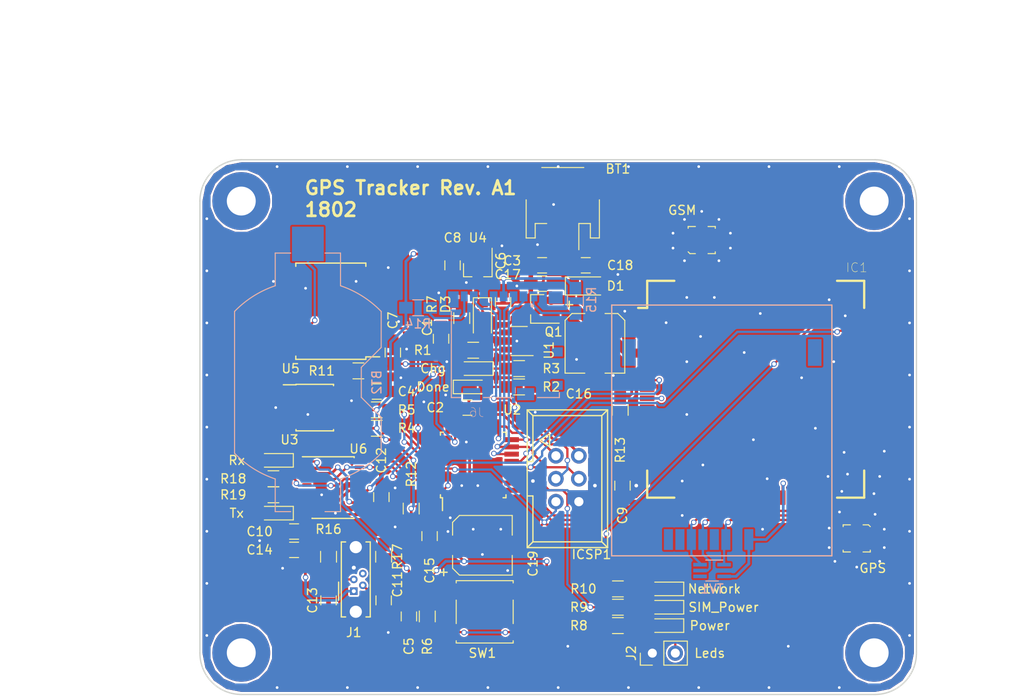
<source format=kicad_pcb>
(kicad_pcb (version 4) (host pcbnew 4.0.7)
  (layers (0 F.Cu signal) (31 B.Cu signal) (34 B.Paste user) (35 F.Paste user) (36 B.SilkS user) (37 F.SilkS user) (38 B.Mask user) (39 F.Mask user) (44 Edge.Cuts user))
  (net 0 "")
  (net 1 +BATT)
  (net 2 GND)
  (net 3 "Net-(BT2-Pad1)")
  (net 4 VBUS)
  (net 5 "Net-(C2-Pad1)")
  (net 6 +3V3)
  (net 7 /ARD_RST)
  (net 8 /DTR)
  (net 9 "Net-(C6-Pad1)")
  (net 10 /RTC_PWR)
  (net 11 "Net-(C9-Pad1)")
  (net 12 "Net-(C11-Pad1)")
  (net 13 "Net-(C13-Pad1)")
  (net 14 +2V8)
  (net 15 /SIM808_P)
  (net 16 "Net-(IC1-Pad9)")
  (net 17 /SIM808_RI)
  (net 18 "Net-(IC1-Pad11)")
  (net 19 "Net-(IC1-Pad12)")
  (net 20 "Net-(IC1-Pad13)")
  (net 21 /ARD_HRX)
  (net 22 /ARD_HTX)
  (net 23 "Net-(IC1-Pad19)")
  (net 24 "Net-(IC1-Pad20)")
  (net 25 "Net-(IC1-Pad21)")
  (net 26 "Net-(IC1-Pad22)")
  (net 27 "Net-(IC1-Pad23)")
  (net 28 "Net-(IC1-Pad24)")
  (net 29 "Net-(IC1-Pad25)")
  (net 30 "Net-(IC1-Pad26)")
  (net 31 "Net-(IC1-Pad27)")
  (net 32 +1V8)
  (net 33 /SIMDATA)
  (net 34 /SIMCLK)
  (net 35 /SIMRST)
  (net 36 "Net-(IC1-Pad33)")
  (net 37 "Net-(IC1-Pad37)")
  (net 38 "Net-(IC1-Pad38)")
  (net 39 "Net-(IC1-Pad39)")
  (net 40 "Net-(IC1-Pad41)")
  (net 41 "Net-(IC1-Pad42)")
  (net 42 "Net-(IC1-Pad43)")
  (net 43 "Net-(IC1-Pad44)")
  (net 44 "Net-(IC1-Pad45)")
  (net 45 "Net-(IC1-Pad46)")
  (net 46 "Net-(IC1-Pad47)")
  (net 47 "Net-(IC1-Pad48)")
  (net 48 /SIM808_S)
  (net 49 /NETWORK_LED)
  (net 50 "Net-(IC1-Pad53)")
  (net 51 "Net-(IC1-Pad55)")
  (net 52 "Net-(IC1-Pad56)")
  (net 53 "Net-(IC1-Pad57)")
  (net 54 "Net-(IC1-Pad58)")
  (net 55 "Net-(IC1-Pad59)")
  (net 56 "Net-(IC1-Pad60)")
  (net 57 "Net-(IC1-Pad61)")
  (net 58 "Net-(IC1-Pad62)")
  (net 59 "Net-(IC1-Pad63)")
  (net 60 /ARD_MISO)
  (net 61 /ARD_SCK)
  (net 62 /ARD_MOSI)
  (net 63 "Net-(J1-Pad4)")
  (net 64 "Net-(J2-Pad2)")
  (net 65 "Net-(J3-Pad6)")
  (net 66 "Net-(J6-Pad8)")
  (net 67 /ARD_IO10)
  (net 68 "Net-(J6-Pad1)")
  (net 69 "Net-(R1-Pad1)")
  (net 70 "Net-(R2-Pad2)")
  (net 71 /SDA)
  (net 72 /SCL)
  (net 73 /WAKE_UP)
  (net 74 "Net-(R16-Pad1)")
  (net 75 "Net-(R17-Pad2)")
  (net 76 "Net-(R18-Pad1)")
  (net 77 "Net-(R19-Pad1)")
  (net 78 "Net-(U2-Pad7)")
  (net 79 "Net-(U2-Pad8)")
  (net 80 "Net-(U2-Pad11)")
  (net 81 "Net-(U2-Pad19)")
  (net 82 "Net-(U2-Pad22)")
  (net 83 "Net-(U2-Pad24)")
  (net 84 "Net-(U2-Pad25)")
  (net 85 "Net-(U2-Pad26)")
  (net 86 /ARD_RX)
  (net 87 /ARD_TX)
  (net 88 "Net-(U3-Pad7)")
  (net 89 "Net-(U5-Pad1)")
  (net 90 "Net-(U5-Pad4)")
  (net 91 "Net-(U6-Pad2)")
  (net 92 +3V3_FDTI)
  (net 93 "Net-(U6-Pad5)")
  (net 94 "Net-(U6-Pad7)")
  (net 95 "Net-(U6-Pad8)")
  (net 96 "Net-(U6-Pad18)")
  (net 97 "Net-(U6-Pad19)")
  (net 98 "Net-(LED1-Pad1)")
  (net 99 "Net-(LED2-Pad2)")
  (net 100 "Net-(LED3-Pad2)")
  (net 101 "Net-(LED4-Pad2)")
  (net 102 "Net-(LED5-Pad2)")
  (net 103 "Net-(LED6-Pad2)")
  (net 104 "Net-(LED7-Pad2)")
  (net 105 "Net-(U2-Pad2)")
  (net 106 "Net-(TV1-Pad4)")
  (net 107 +3.3VP)
  (net 108 /GPS)
  (net 109 /GSM)
  (module custom-conn:Via-0.6mm (layer F.Cu) (at 126.619 91.186)
    (fp_text reference VIA** hide)
    (fp_text value Via-0.6mm hide)
    (pad 1 thru_hole circle (at 0 0) (size 0.6 0.6) (drill 0.3) (layers *.Cu) (net 2 GND))
  )
  (module custom-conn:Via-0.6mm (layer F.Cu) (at 136.398 96.774)
    (fp_text reference VIA** hide)
    (fp_text value Via-0.6mm hide)
    (pad 1 thru_hole circle (at 0 0) (size 0.6 0.6) (drill 0.3) (layers *.Cu) (net 2 GND))
  )
  (module custom-conn:Via-0.6mm (layer F.Cu) (at 128.778 82.423)
    (fp_text reference VIA** hide)
    (fp_text value Via-0.6mm hide)
    (pad 1 thru_hole circle (at 0 0) (size 0.6 0.6) (drill 0.3) (layers *.Cu) (net 2 GND))
  )
  (module 104031-0811:MOLEX_104031-0811 (layer B.Cu) (at 133.096 89.154)
    (fp_text reference J6 (at -3.18735 7.64968) (layer B.SilkS) (effects (font (size 1.0039 1.0039) (thickness 0.05)) (justify mirror)))
    (fp_text value Micro_SD_Card hide)
    (pad 8 smd rect (at -4.545 -5.2) (size 0.75 1.1) (layers B.Cu B.Paste B.Mask) (net 66 "Net-(J6-Pad8)"))
    (pad 7 smd rect (at -3.495 -5.2) (size 0.85 1.1) (layers B.Cu B.Paste B.Mask) (net 60 /ARD_MISO))
    (pad 6 smd rect (at -2.395 -5.2) (size 0.85 1.1) (layers B.Cu B.Paste B.Mask) (net 2 GND))
    (pad 5 smd rect (at -1.295 -5.2) (size 0.85 1.1) (layers B.Cu B.Paste B.Mask) (net 61 /ARD_SCK))
    (pad 4 smd rect (at -0.195 -5.2) (size 0.85 1.1) (layers B.Cu B.Paste B.Mask) (net 6 +3V3))
    (pad 3 smd rect (at 0.905 -5.2) (size 0.85 1.1) (layers B.Cu B.Paste B.Mask) (net 62 /ARD_MOSI))
    (pad 2 smd rect (at 2.005 -5.2) (size 0.875 1.1) (layers B.Cu B.Paste B.Mask) (net 67 /ARD_IO10))
    (pad 1 smd rect (at 3.105 -5.2) (size 0.85 1.1) (layers B.Cu B.Paste B.Mask) (net 68 "Net-(J6-Pad1)"))
    (pad 9 smd rect (at 5.74 0.95) (size 1.2 1) (layers B.Cu B.Paste B.Mask))
    (pad 10 smd rect (at 5.74 4.65) (size 1.2 1) (layers B.Cu B.Paste B.Mask))
    (pad G3 smd rect (at -3.73 5.625) (size 1.9 1.35) (layers B.Cu B.Paste B.Mask))
    (pad G4 smd rect (at 2.24 5.625) (size 1.9 1.35) (layers B.Cu B.Paste B.Mask))
    (pad G2 smd rect (at -5.755 -4.85) (size 1.17 1.8) (layers B.Cu B.Paste B.Mask))
    (pad G1 smd rect (at 5.565 -5.075) (size 1.55 1.35) (layers B.Cu B.Paste B.Mask))
  )
  (module custom-conn:Via-0.6mm (layer F.Cu) (at 132.715 78.359)
    (fp_text reference VIA** hide)
    (fp_text value Via-0.6mm hide)
    (pad 1 thru_hole circle (at 0 0) (size 0.6 0.6) (drill 0.3) (layers *.Cu) (net 2 GND))
  )
  (module custom-conn:Via-0.6mm (layer F.Cu) (at 162.052 104.14)
    (fp_text reference VIA** hide)
    (fp_text value Via-0.6mm hide)
    (pad 1 thru_hole circle (at 0 0) (size 0.6 0.6) (drill 0.3) (layers *.Cu) (net 2 GND))
  )
  (module custom-conn:Via-0.6mm (layer F.Cu) (at 161.544 109.728)
    (fp_text reference VIA** hide)
    (fp_text value Via-0.6mm hide)
    (pad 1 thru_hole circle (at 0 0) (size 0.6 0.6) (drill 0.3) (layers *.Cu) (net 2 GND))
  )
  (module acronet:47553-0001 (layer B.Cu) (at 151.13 90.17 90)
    (fp_text reference J3 hide)
    (fp_text value 47553-0001 hide)
    (pad 3 smd rect (at -20.7 3.81 90) (size 2.3 1) (layers B.Cu B.Paste B.Mask) (net 34 /SIMCLK))
    (pad CD1 smd rect (at -20.7 1.27 90) (size 2.3 1) (layers B.Cu B.Paste B.Mask))
    (pad CD2 smd rect (at -20.7 0 90) (size 2.3 1) (layers B.Cu B.Paste B.Mask))
    (pad 2 smd rect (at -20.7 6.35 90) (size 2.3 1) (layers B.Cu B.Paste B.Mask) (net 35 /SIMRST))
    (pad 1 smd rect (at -20.7 8.89 90) (size 2.3 1) (layers B.Cu B.Paste B.Mask) (net 32 +1V8))
    (pad 7 smd rect (at -20.7 2.54 90) (size 2.3 1) (layers B.Cu B.Paste B.Mask) (net 33 /SIMDATA))
    (pad 5 smd rect (at -20.7 7.62 90) (size 2.3 1) (layers B.Cu B.Paste B.Mask) (net 2 GND))
    (pad 6 smd rect (at -20.7 5.08 90) (size 2.3 1) (layers B.Cu B.Paste B.Mask) (net 65 "Net-(J3-Pad6)"))
    (pad GND1 smd rect (at 0 16.18 90) (size 2.95 1.5) (layers B.Cu B.Paste B.Mask))
    (pad GND2 smd rect (at 0 -4.37 90) (size 2.95 1.5) (layers B.Cu B.Paste B.Mask))
  )
  (module custom-conn:Via-0.6mm (layer F.Cu) (at 175.006 101.092)
    (fp_text reference VIA** hide)
    (fp_text value Via-0.6mm hide)
    (pad 1 thru_hole circle (at 0 0) (size 0.6 0.6) (drill 0.3) (layers *.Cu) (net 2 GND))
  )
  (module custom-conn:Via-0.6mm (layer F.Cu) (at 164.3888 122.682)
    (fp_text reference VIA** hide)
    (fp_text value Via-0.6mm hide)
    (pad 1 thru_hole circle (at 0 0) (size 0.6 0.6) (drill 0.3) (layers *.Cu) (net 2 GND))
  )
  (module custom-conn:Via-0.6mm (layer F.Cu) (at 140.0048 122.682)
    (fp_text reference VIA** hide)
    (fp_text value Via-0.6mm hide)
    (pad 1 thru_hole circle (at 0 0) (size 0.6 0.6) (drill 0.3) (layers *.Cu) (net 2 GND))
  )
  (module custom-conn:Via-0.6mm (layer F.Cu) (at 120.142 121.158)
    (fp_text reference VIA** hide)
    (fp_text value Via-0.6mm hide)
    (pad 1 thru_hole circle (at 0 0) (size 0.6 0.6) (drill 0.3) (layers *.Cu) (net 2 GND))
  )
  (module custom-conn:Via-0.6mm (layer F.Cu) (at 114.3 107.95)
    (fp_text reference VIA** hide)
    (fp_text value Via-0.6mm hide)
    (pad 1 thru_hole circle (at 0 0) (size 0.6 0.6) (drill 0.3) (layers *.Cu) (net 2 GND))
  )
  (module Capacitors_SMD:C_0805_HandSoldering (layer F.Cu) (at 120.65 90.17 90)
    (fp_text reference C7 (at 3.556 0 90) (layer F.SilkS))
    (fp_text value 0.1uF hide)
    (pad 1 smd rect (at -1.25 0 90) (size 1.5 1.25) (layers F.Cu F.Paste F.Mask) (net 10 /RTC_PWR))
    (pad 2 smd rect (at 1.25 0 90) (size 1.5 1.25) (layers F.Cu F.Paste F.Mask) (net 2 GND))
  )
  (module custom-conn:Via-0.6mm (layer F.Cu) (at 175.006 111.76)
    (fp_text reference VIA** hide)
    (fp_text value Via-0.6mm hide)
    (pad 1 thru_hole circle (at 0 0) (size 0.6 0.6) (drill 0.3) (layers *.Cu) (net 2 GND))
  )
  (module custom-conn:Via-0.6mm (layer F.Cu) (at 177.8 121.4882)
    (fp_text reference VIA** hide)
    (fp_text value Via-0.6mm hide)
    (pad 1 thru_hole circle (at 0 0) (size 0.6 0.6) (drill 0.3) (layers *.Cu) (net 2 GND))
  )
  (module custom-conn:Via-0.6mm (layer F.Cu) (at 177.8 115.7224)
    (fp_text reference VIA** hide)
    (fp_text value Via-0.6mm hide)
    (pad 1 thru_hole circle (at 0 0) (size 0.6 0.6) (drill 0.3) (layers *.Cu) (net 2 GND))
  )
  (module custom-conn:Via-0.6mm (layer F.Cu) (at 177.8 109.9566)
    (fp_text reference VIA** hide)
    (fp_text value Via-0.6mm hide)
    (pad 1 thru_hole circle (at 0 0) (size 0.6 0.6) (drill 0.3) (layers *.Cu) (net 2 GND))
  )
  (module custom-conn:Via-0.6mm (layer F.Cu) (at 177.8 104.1908)
    (fp_text reference VIA** hide)
    (fp_text value Via-0.6mm hide)
    (pad 1 thru_hole circle (at 0 0) (size 0.6 0.6) (drill 0.3) (layers *.Cu) (net 2 GND))
  )
  (module custom-conn:Via-0.6mm (layer F.Cu) (at 177.8 98.425)
    (fp_text reference VIA** hide)
    (fp_text value Via-0.6mm hide)
    (pad 1 thru_hole circle (at 0 0) (size 0.6 0.6) (drill 0.3) (layers *.Cu) (net 2 GND))
  )
  (module custom-conn:Via-0.6mm (layer F.Cu) (at 177.8 92.6592)
    (fp_text reference VIA** hide)
    (fp_text value Via-0.6mm hide)
    (pad 1 thru_hole circle (at 0 0) (size 0.6 0.6) (drill 0.3) (layers *.Cu) (net 2 GND))
  )
  (module custom-conn:Via-0.6mm (layer F.Cu) (at 177.8 86.8934)
    (fp_text reference VIA** hide)
    (fp_text value Via-0.6mm hide)
    (pad 1 thru_hole circle (at 0 0) (size 0.6 0.6) (drill 0.3) (layers *.Cu) (net 2 GND))
  )
  (module custom-conn:Via-0.6mm (layer F.Cu) (at 177.8 81.1276)
    (fp_text reference VIA** hide)
    (fp_text value Via-0.6mm hide)
    (pad 1 thru_hole circle (at 0 0) (size 0.6 0.6) (drill 0.3) (layers *.Cu) (net 2 GND))
  )
  (module custom-conn:Via-0.6mm (layer F.Cu) (at 177.8 75.3618)
    (fp_text reference VIA** hide)
    (fp_text value Via-0.6mm hide)
    (pad 1 thru_hole circle (at 0 0) (size 0.6 0.6) (drill 0.3) (layers *.Cu) (net 2 GND))
  )
  (module custom-conn:Via-0.6mm (layer F.Cu) (at 170.0276 127.254)
    (fp_text reference VIA** hide)
    (fp_text value Via-0.6mm hide)
    (pad 1 thru_hole circle (at 0 0) (size 0.6 0.6) (drill 0.3) (layers *.Cu) (net 2 GND))
  )
  (module custom-conn:Via-0.6mm (layer F.Cu) (at 162.2552 127.254)
    (fp_text reference VIA** hide)
    (fp_text value Via-0.6mm hide)
    (pad 1 thru_hole circle (at 0 0) (size 0.6 0.6) (drill 0.3) (layers *.Cu) (net 2 GND))
  )
  (module custom-conn:Via-0.6mm (layer F.Cu) (at 154.4828 127.254)
    (fp_text reference VIA** hide)
    (fp_text value Via-0.6mm hide)
    (pad 1 thru_hole circle (at 0 0) (size 0.6 0.6) (drill 0.3) (layers *.Cu) (net 2 GND))
  )
  (module custom-conn:Via-0.6mm (layer F.Cu) (at 146.7104 127.254)
    (fp_text reference VIA** hide)
    (fp_text value Via-0.6mm hide)
    (pad 1 thru_hole circle (at 0 0) (size 0.6 0.6) (drill 0.3) (layers *.Cu) (net 2 GND))
  )
  (module custom-conn:Via-0.6mm (layer F.Cu) (at 138.938 127.254)
    (fp_text reference VIA** hide)
    (fp_text value Via-0.6mm hide)
    (pad 1 thru_hole circle (at 0 0) (size 0.6 0.6) (drill 0.3) (layers *.Cu) (net 2 GND))
  )
  (module custom-conn:Via-0.6mm (layer F.Cu) (at 131.1656 127.254)
    (fp_text reference VIA** hide)
    (fp_text value Via-0.6mm hide)
    (pad 1 thru_hole circle (at 0 0) (size 0.6 0.6) (drill 0.3) (layers *.Cu) (net 2 GND))
  )
  (module custom-conn:Via-0.6mm (layer F.Cu) (at 123.3932 127.254)
    (fp_text reference VIA** hide)
    (fp_text value Via-0.6mm hide)
    (pad 1 thru_hole circle (at 0 0) (size 0.6 0.6) (drill 0.3) (layers *.Cu) (net 2 GND))
  )
  (module custom-conn:Via-0.6mm (layer F.Cu) (at 115.6208 127.254)
    (fp_text reference VIA** hide)
    (fp_text value Via-0.6mm hide)
    (pad 1 thru_hole circle (at 0 0) (size 0.6 0.6) (drill 0.3) (layers *.Cu) (net 2 GND))
  )
  (module custom-conn:Via-0.6mm (layer F.Cu) (at 107.8484 127.254)
    (fp_text reference VIA** hide)
    (fp_text value Via-0.6mm hide)
    (pad 1 thru_hole circle (at 0 0) (size 0.6 0.6) (drill 0.3) (layers *.Cu) (net 2 GND))
  )
  (module custom-conn:Via-0.6mm (layer F.Cu) (at 100.076 121.4882)
    (fp_text reference VIA** hide)
    (fp_text value Via-0.6mm hide)
    (pad 1 thru_hole circle (at 0 0) (size 0.6 0.6) (drill 0.3) (layers *.Cu) (net 2 GND))
  )
  (module custom-conn:Via-0.6mm (layer F.Cu) (at 100.076 115.7224)
    (fp_text reference VIA** hide)
    (fp_text value Via-0.6mm hide)
    (pad 1 thru_hole circle (at 0 0) (size 0.6 0.6) (drill 0.3) (layers *.Cu) (net 2 GND))
  )
  (module custom-conn:Via-0.6mm (layer F.Cu) (at 100.076 109.9566)
    (fp_text reference VIA** hide)
    (fp_text value Via-0.6mm hide)
    (pad 1 thru_hole circle (at 0 0) (size 0.6 0.6) (drill 0.3) (layers *.Cu) (net 2 GND))
  )
  (module custom-conn:Via-0.6mm (layer F.Cu) (at 100.076 104.1908)
    (fp_text reference VIA** hide)
    (fp_text value Via-0.6mm hide)
    (pad 1 thru_hole circle (at 0 0) (size 0.6 0.6) (drill 0.3) (layers *.Cu) (net 2 GND))
  )
  (module custom-conn:Via-0.6mm (layer F.Cu) (at 100.076 98.425)
    (fp_text reference VIA** hide)
    (fp_text value Via-0.6mm hide)
    (pad 1 thru_hole circle (at 0 0) (size 0.6 0.6) (drill 0.3) (layers *.Cu) (net 2 GND))
  )
  (module custom-conn:Via-0.6mm (layer F.Cu) (at 100.076 92.6592)
    (fp_text reference VIA** hide)
    (fp_text value Via-0.6mm hide)
    (pad 1 thru_hole circle (at 0 0) (size 0.6 0.6) (drill 0.3) (layers *.Cu) (net 2 GND))
  )
  (module custom-conn:Via-0.6mm (layer F.Cu) (at 100.076 86.8934)
    (fp_text reference VIA** hide)
    (fp_text value Via-0.6mm hide)
    (pad 1 thru_hole circle (at 0 0) (size 0.6 0.6) (drill 0.3) (layers *.Cu) (net 2 GND))
  )
  (module custom-conn:Via-0.6mm (layer F.Cu) (at 100.076 81.1276)
    (fp_text reference VIA** hide)
    (fp_text value Via-0.6mm hide)
    (pad 1 thru_hole circle (at 0 0) (size 0.6 0.6) (drill 0.3) (layers *.Cu) (net 2 GND))
  )
  (module custom-conn:Via-0.6mm (layer F.Cu) (at 100.076 75.3618)
    (fp_text reference VIA** hide)
    (fp_text value Via-0.6mm hide)
    (pad 1 thru_hole circle (at 0 0) (size 0.6 0.6) (drill 0.3) (layers *.Cu) (net 2 GND))
  )
  (module custom-conn:Via-0.6mm (layer F.Cu) (at 170.0276 69.596)
    (fp_text reference VIA** hide)
    (fp_text value Via-0.6mm hide)
    (pad 1 thru_hole circle (at 0 0) (size 0.6 0.6) (drill 0.3) (layers *.Cu) (net 2 GND))
  )
  (module custom-conn:Via-0.6mm (layer F.Cu) (at 162.2552 69.596)
    (fp_text reference VIA** hide)
    (fp_text value Via-0.6mm hide)
    (pad 1 thru_hole circle (at 0 0) (size 0.6 0.6) (drill 0.3) (layers *.Cu) (net 2 GND))
  )
  (module custom-conn:Via-0.6mm (layer F.Cu) (at 154.4828 69.596)
    (fp_text reference VIA** hide)
    (fp_text value Via-0.6mm hide)
    (pad 1 thru_hole circle (at 0 0) (size 0.6 0.6) (drill 0.3) (layers *.Cu) (net 2 GND))
  )
  (module custom-conn:Via-0.6mm (layer F.Cu) (at 146.7104 69.596)
    (fp_text reference VIA** hide)
    (fp_text value Via-0.6mm hide)
    (pad 1 thru_hole circle (at 0 0) (size 0.6 0.6) (drill 0.3) (layers *.Cu) (net 2 GND))
  )
  (module custom-conn:Via-0.6mm (layer F.Cu) (at 138.938 69.596)
    (fp_text reference VIA** hide)
    (fp_text value Via-0.6mm hide)
    (pad 1 thru_hole circle (at 0 0) (size 0.6 0.6) (drill 0.3) (layers *.Cu) (net 2 GND))
  )
  (module custom-conn:Via-0.6mm (layer F.Cu) (at 131.1656 69.596)
    (fp_text reference VIA** hide)
    (fp_text value Via-0.6mm hide)
    (pad 1 thru_hole circle (at 0 0) (size 0.6 0.6) (drill 0.3) (layers *.Cu) (net 2 GND))
  )
  (module custom-conn:Via-0.6mm (layer F.Cu) (at 123.3932 69.596)
    (fp_text reference VIA** hide)
    (fp_text value Via-0.6mm hide)
    (pad 1 thru_hole circle (at 0 0) (size 0.6 0.6) (drill 0.3) (layers *.Cu) (net 2 GND))
  )
  (module custom-conn:Via-0.6mm (layer F.Cu) (at 115.6208 69.596)
    (fp_text reference VIA** hide)
    (fp_text value Via-0.6mm hide)
    (pad 1 thru_hole circle (at 0 0) (size 0.6 0.6) (drill 0.3) (layers *.Cu) (net 2 GND))
  )
  (module custom-conn:Via-0.6mm (layer F.Cu) (at 107.8484 69.596)
    (fp_text reference VIA** hide)
    (fp_text value Via-0.6mm hide)
    (pad 1 thru_hole circle (at 0 0) (size 0.6 0.6) (drill 0.3) (layers *.Cu) (net 2 GND))
  )
  (module Mounting_Holes:MountingHole_3.2mm_M3_Pad (layer F.Cu) (at 173.886 123.406)
    (fp_text reference REF** hide)
    (fp_text value MountingHole_3.2mm_M3_Pad hide)
    (pad 1 thru_hole circle (at 0 0) (size 6.4 6.4) (drill 3.2) (layers *.Cu *.Mask))
  )
  (module Mounting_Holes:MountingHole_3.2mm_M3_Pad (layer F.Cu) (at 103.886 123.406)
    (fp_text reference REF** hide)
    (fp_text value MountingHole_3.2mm_M3_Pad hide)
    (pad 1 thru_hole circle (at 0 0) (size 6.4 6.4) (drill 3.2) (layers *.Cu *.Mask))
  )
  (module Mounting_Holes:MountingHole_3.2mm_M3_Pad (layer F.Cu) (at 173.886 73.406)
    (fp_text reference REF** hide)
    (fp_text value MountingHole_3.2mm_M3_Pad hide)
    (pad 1 thru_hole circle (at 0 0) (size 6.4 6.4) (drill 3.2) (layers *.Cu *.Mask))
  )
  (module Mounting_Holes:MountingHole_3.2mm_M3_Pad (layer F.Cu) (at 103.886 73.406)
    (fp_text reference REF** hide)
    (fp_text value MountingHole_3.2mm_M3_Pad hide)
    (pad 1 thru_hole circle (at 0 0) (size 6.4 6.4) (drill 3.2) (layers *.Cu *.Mask))
  )
  (module custom-conn:Via-0.6mm (layer F.Cu) (at 134.366 88.9)
    (fp_text reference VIA** hide)
    (fp_text value Via-0.6mm hide)
    (pad 1 thru_hole circle (at 0 0) (size 0.6 0.6) (drill 0.3) (layers *.Cu) (net 2 GND))
  )
  (module custom-conn:Via-0.6mm (layer F.Cu) (at 121.539 92.964)
    (fp_text reference VIA** hide)
    (fp_text value Via-0.6mm hide)
    (pad 1 thru_hole circle (at 0 0) (size 0.6 0.6) (drill 0.3) (layers *.Cu) (net 2 GND))
  )
  (module custom-conn:Via-0.6mm (layer F.Cu) (at 124.079 95.631)
    (fp_text reference VIA** hide)
    (fp_text value Via-0.6mm hide)
    (pad 1 thru_hole circle (at 0 0) (size 0.6 0.6) (drill 0.3) (layers *.Cu) (net 2 GND))
  )
  (module custom-conn:Via-0.6mm (layer F.Cu) (at 121.285 86.741)
    (fp_text reference VIA** hide)
    (fp_text value Via-0.6mm hide)
    (pad 1 thru_hole circle (at 0 0) (size 0.6 0.6) (drill 0.3) (layers *.Cu) (net 2 GND))
  )
  (module custom-conn:Via-0.6mm (layer F.Cu) (at 122.174 89.789)
    (fp_text reference VIA** hide)
    (fp_text value Via-0.6mm hide)
    (pad 1 thru_hole circle (at 0 0) (size 0.6 0.6) (drill 0.3) (layers *.Cu) (net 2 GND))
  )
  (module custom-conn:Via-0.6mm (layer F.Cu) (at 126.492 94.869)
    (fp_text reference VIA** hide)
    (fp_text value Via-0.6mm hide)
    (pad 1 thru_hole circle (at 0 0) (size 0.6 0.6) (drill 0.3) (layers *.Cu) (net 2 GND))
  )
  (module custom-conn:Via-0.6mm (layer F.Cu) (at 116.078 95.504)
    (fp_text reference VIA** hide)
    (fp_text value Via-0.6mm hide)
    (pad 1 thru_hole circle (at 0 0) (size 0.6 0.6) (drill 0.3) (layers *.Cu) (net 2 GND))
  )
  (module custom-conn:Via-0.6mm (layer F.Cu) (at 126.746 109.982)
    (fp_text reference VIA** hide)
    (fp_text value Via-0.6mm hide)
    (pad 1 thru_hole circle (at 0 0) (size 0.6 0.6) (drill 0.3) (layers *.Cu) (net 2 GND))
  )
  (module custom-conn:Via-0.6mm (layer F.Cu) (at 154.94 102.616)
    (fp_text reference VIA** hide)
    (fp_text value Via-0.6mm hide)
    (pad 1 thru_hole circle (at 0 0) (size 0.6 0.6) (drill 0.3) (layers *.Cu) (net 2 GND))
  )
  (module custom-conn:Via-0.6mm (layer F.Cu) (at 169.418 91.186)
    (fp_text reference VIA** hide)
    (fp_text value Via-0.6mm hide)
    (pad 1 thru_hole circle (at 0 0) (size 0.6 0.6) (drill 0.3) (layers *.Cu) (net 2 GND))
  )
  (module custom-conn:Via-0.6mm (layer F.Cu) (at 153.162 91.186)
    (fp_text reference VIA** hide)
    (fp_text value Via-0.6mm hide)
    (pad 1 thru_hole circle (at 0 0) (size 0.6 0.6) (drill 0.3) (layers *.Cu) (net 2 GND))
  )
  (module custom-conn:Via-0.6mm (layer F.Cu) (at 154.686 88.392)
    (fp_text reference VIA** hide)
    (fp_text value Via-0.6mm hide)
    (pad 1 thru_hole circle (at 0 0) (size 0.6 0.6) (drill 0.3) (layers *.Cu) (net 2 GND))
  )
  (module custom-conn:Via-0.6mm (layer F.Cu) (at 161.29 85.852)
    (fp_text reference VIA** hide)
    (fp_text value Via-0.6mm hide)
    (pad 1 thru_hole circle (at 0 0) (size 0.6 0.6) (drill 0.3) (layers *.Cu) (net 2 GND))
  )
  (module custom-conn:Via-0.6mm (layer F.Cu) (at 167.386 98.552)
    (fp_text reference VIA** hide)
    (fp_text value Via-0.6mm hide)
    (pad 1 thru_hole circle (at 0 0) (size 0.6 0.6) (drill 0.3) (layers *.Cu) (net 2 GND))
  )
  (module custom-conn:Via-0.6mm (layer F.Cu) (at 159.512 90.17)
    (fp_text reference VIA** hide)
    (fp_text value Via-0.6mm hide)
    (pad 1 thru_hole circle (at 0 0) (size 0.6 0.6) (drill 0.3) (layers *.Cu) (net 2 GND))
  )
  (module custom-conn:Via-0.6mm (layer F.Cu) (at 153.162 97.028)
    (fp_text reference VIA** hide)
    (fp_text value Via-0.6mm hide)
    (pad 1 thru_hole circle (at 0 0) (size 0.6 0.6) (drill 0.3) (layers *.Cu) (net 2 GND))
  )
  (module custom-conn:Via-0.6mm (layer F.Cu) (at 165.862 92.964)
    (fp_text reference VIA** hide)
    (fp_text value Via-0.6mm hide)
    (pad 1 thru_hole circle (at 0 0) (size 0.6 0.6) (drill 0.3) (layers *.Cu) (net 2 GND))
  )
  (module custom-conn:Via-0.6mm (layer F.Cu) (at 160.528 99.822)
    (fp_text reference VIA** hide)
    (fp_text value Via-0.6mm hide)
    (pad 1 thru_hole circle (at 0 0) (size 0.6 0.6) (drill 0.3) (layers *.Cu) (net 2 GND))
  )
  (module custom-conn:Via-0.6mm (layer F.Cu) (at 157.988 78.613)
    (fp_text reference VIA** hide)
    (fp_text value Via-0.6mm hide)
    (pad 1 thru_hole circle (at 0 0) (size 0.6 0.6) (drill 0.3) (layers *.Cu) (net 2 GND))
  )
  (module custom-conn:Via-0.6mm (layer F.Cu) (at 151.638 78.613)
    (fp_text reference VIA** hide)
    (fp_text value Via-0.6mm hide)
    (pad 1 thru_hole circle (at 0 0) (size 0.6 0.6) (drill 0.3) (layers *.Cu) (net 2 GND))
  )
  (module Connectors_Molex:Molex_Microcoaxial_RF (layer F.Cu) (at 171.958 110.744 180)
    (fp_text reference J4 hide)
    (fp_text value CONN_COAXIAL hide)
    (pad 2 smd rect (at -1.475 0 180) (size 1.05 2.2) (layers F.Cu F.Paste F.Mask) (net 2 GND))
    (pad 2 smd rect (at 1.475 0 180) (size 1.05 2.2) (layers F.Cu F.Paste F.Mask) (net 2 GND))
    (pad 2 smd rect (at 0 -1.5 180) (size 1 1) (layers F.Cu F.Paste F.Mask) (net 2 GND))
    (pad 1 smd rect (at 0 1.5 180) (size 1 1) (layers F.Cu F.Paste F.Mask) (net 108 /GPS))
  )
  (module custom-conn:Via-0.6mm (layer F.Cu) (at 175.006 109.728)
    (fp_text reference VIA** hide)
    (fp_text value Via-0.6mm hide)
    (pad 1 thru_hole circle (at 0 0) (size 0.6 0.6) (drill 0.3) (layers *.Cu) (net 2 GND))
  )
  (module custom-conn:Via-0.6mm (layer F.Cu) (at 173.863 105.791)
    (fp_text reference VIA** hide)
    (fp_text value Via-0.6mm hide)
    (pad 1 thru_hole circle (at 0 0) (size 0.6 0.6) (drill 0.3) (layers *.Cu) (net 2 GND))
  )
  (module custom-conn:Via-0.6mm (layer F.Cu) (at 170.307 105.537)
    (fp_text reference VIA** hide)
    (fp_text value Via-0.6mm hide)
    (pad 1 thru_hole circle (at 0 0) (size 0.6 0.6) (drill 0.3) (layers *.Cu) (net 2 GND))
  )
  (module custom-conn:Via-0.6mm (layer F.Cu) (at 168.91 109.601)
    (fp_text reference VIA** hide)
    (fp_text value Via-0.6mm hide)
    (pad 1 thru_hole circle (at 0 0) (size 0.6 0.6) (drill 0.3) (layers *.Cu) (net 2 GND))
  )
  (module custom-conn:Via-0.6mm (layer F.Cu) (at 170.942 103.632)
    (fp_text reference VIA** hide)
    (fp_text value Via-0.6mm hide)
    (pad 1 thru_hole circle (at 0 0) (size 0.6 0.6) (drill 0.3) (layers *.Cu) (net 2 GND))
  )
  (module custom-conn:Via-0.6mm (layer F.Cu) (at 174.498 103.886)
    (fp_text reference VIA** hide)
    (fp_text value Via-0.6mm hide)
    (pad 1 thru_hole circle (at 0 0) (size 0.6 0.6) (drill 0.3) (layers *.Cu) (net 2 GND))
  )
  (module custom-conn:Via-0.6mm (layer F.Cu) (at 173.99 108.077)
    (fp_text reference VIA** hide)
    (fp_text value Via-0.6mm hide)
    (pad 1 thru_hole circle (at 0 0) (size 0.6 0.6) (drill 0.3) (layers *.Cu) (net 2 GND))
  )
  (module custom-conn:Via-0.6mm (layer F.Cu) (at 174.498 113.284)
    (fp_text reference VIA** hide)
    (fp_text value Via-0.6mm hide)
    (pad 1 thru_hole circle (at 0 0) (size 0.6 0.6) (drill 0.3) (layers *.Cu) (net 2 GND))
  )
  (module custom-conn:Via-0.6mm (layer F.Cu) (at 169.545 113.284)
    (fp_text reference VIA** hide)
    (fp_text value Via-0.6mm hide)
    (pad 1 thru_hole circle (at 0 0) (size 0.6 0.6) (drill 0.3) (layers *.Cu) (net 2 GND))
  )
  (module custom-conn:Via-0.6mm (layer F.Cu) (at 168.783 103.886)
    (fp_text reference VIA** hide)
    (fp_text value Via-0.6mm hide)
    (pad 1 thru_hole circle (at 0 0) (size 0.6 0.6) (drill 0.3) (layers *.Cu) (net 2 GND))
  )
  (module custom-conn:Via-0.6mm (layer F.Cu) (at 154.813 74.549)
    (fp_text reference VIA** hide)
    (fp_text value Via-0.6mm hide)
    (pad 1 thru_hole circle (at 0 0) (size 0.6 0.6) (drill 0.3) (layers *.Cu) (net 2 GND))
  )
  (module custom-conn:Via-0.6mm (layer F.Cu) (at 152.908 75.438)
    (fp_text reference VIA** hide)
    (fp_text value Via-0.6mm hide)
    (pad 1 thru_hole circle (at 0 0) (size 0.6 0.6) (drill 0.3) (layers *.Cu) (net 2 GND))
  )
  (module SIM808:QFN100P2400X2400X260-68N (layer F.Cu) (at 160.782 94.234)
    (fp_text reference IC1 (at 11.176 -13.462) (layer F.SilkS) (effects (font (size 1.00176 1.00176) (thickness 0.05))))
    (fp_text value SIM808 hide)
    (pad 1 smd rect (at -12 -8) (size 1.6 0.6) (layers F.Cu F.Paste F.Mask) (net 2 GND))
    (pad 2 smd rect (at -12 -7) (size 1.6 0.6) (layers F.Cu F.Paste F.Mask) (net 2 GND))
    (pad 3 smd rect (at -12 -6) (size 1.6 0.6) (layers F.Cu F.Paste F.Mask) (net 2 GND))
    (pad 4 smd rect (at -12 -5) (size 1.6 0.6) (layers F.Cu F.Paste F.Mask) (net 1 +BATT))
    (pad 5 smd rect (at -12 -4) (size 1.6 0.6) (layers F.Cu F.Paste F.Mask) (net 1 +BATT))
    (pad 6 smd rect (at -12 -3) (size 1.6 0.6) (layers F.Cu F.Paste F.Mask) (net 1 +BATT))
    (pad 7 smd rect (at -12 -2) (size 1.6 0.6) (layers F.Cu F.Paste F.Mask) (net 14 +2V8))
    (pad 8 smd rect (at -12 -1) (size 1.6 0.6) (layers F.Cu F.Paste F.Mask) (net 15 /SIM808_P))
    (pad 9 smd rect (at -12 0) (size 1.6 0.6) (layers F.Cu F.Paste F.Mask) (net 16 "Net-(IC1-Pad9)"))
    (pad 10 smd rect (at -12 1) (size 1.6 0.6) (layers F.Cu F.Paste F.Mask) (net 17 /SIM808_RI))
    (pad 11 smd rect (at -12 2) (size 1.6 0.6) (layers F.Cu F.Paste F.Mask) (net 18 "Net-(IC1-Pad11)"))
    (pad 12 smd rect (at -12 3) (size 1.6 0.6) (layers F.Cu F.Paste F.Mask) (net 19 "Net-(IC1-Pad12)"))
    (pad 13 smd rect (at -12 4) (size 1.6 0.6) (layers F.Cu F.Paste F.Mask) (net 20 "Net-(IC1-Pad13)"))
    (pad 14 smd rect (at -12 5) (size 1.6 0.6) (layers F.Cu F.Paste F.Mask) (net 21 /ARD_HRX))
    (pad 15 smd rect (at -12 6) (size 1.6 0.6) (layers F.Cu F.Paste F.Mask) (net 22 /ARD_HTX))
    (pad 16 smd rect (at -12 7) (size 1.6 0.6) (layers F.Cu F.Paste F.Mask) (net 7 /ARD_RST))
    (pad 17 smd rect (at -12 8) (size 1.6 0.6) (layers F.Cu F.Paste F.Mask) (net 11 "Net-(C9-Pad1)"))
    (pad 18 smd rect (at -8 12 90) (size 1.6 0.6) (layers F.Cu F.Paste F.Mask) (net 2 GND))
    (pad 19 smd rect (at -7 12 90) (size 1.6 0.6) (layers F.Cu F.Paste F.Mask) (net 23 "Net-(IC1-Pad19)"))
    (pad 20 smd rect (at -6 12 90) (size 1.6 0.6) (layers F.Cu F.Paste F.Mask) (net 24 "Net-(IC1-Pad20)"))
    (pad 21 smd rect (at -5 12 90) (size 1.6 0.6) (layers F.Cu F.Paste F.Mask) (net 25 "Net-(IC1-Pad21)"))
    (pad 22 smd rect (at -4 12 90) (size 1.6 0.6) (layers F.Cu F.Paste F.Mask) (net 26 "Net-(IC1-Pad22)"))
    (pad 23 smd rect (at -3 12 90) (size 1.6 0.6) (layers F.Cu F.Paste F.Mask) (net 27 "Net-(IC1-Pad23)"))
    (pad 24 smd rect (at -2 12 90) (size 1.6 0.6) (layers F.Cu F.Paste F.Mask) (net 28 "Net-(IC1-Pad24)"))
    (pad 25 smd rect (at -1 12 90) (size 1.6 0.6) (layers F.Cu F.Paste F.Mask) (net 29 "Net-(IC1-Pad25)"))
    (pad 26 smd rect (at 0 12 90) (size 1.6 0.6) (layers F.Cu F.Paste F.Mask) (net 30 "Net-(IC1-Pad26)"))
    (pad 27 smd rect (at 1 12 90) (size 1.6 0.6) (layers F.Cu F.Paste F.Mask) (net 31 "Net-(IC1-Pad27)"))
    (pad 28 smd rect (at 2 12 90) (size 1.6 0.6) (layers F.Cu F.Paste F.Mask) (net 2 GND))
    (pad 29 smd rect (at 3 12 90) (size 1.6 0.6) (layers F.Cu F.Paste F.Mask) (net 32 +1V8))
    (pad 30 smd rect (at 4 12 90) (size 1.6 0.6) (layers F.Cu F.Paste F.Mask) (net 33 /SIMDATA))
    (pad 31 smd rect (at 5 12 90) (size 1.6 0.6) (layers F.Cu F.Paste F.Mask) (net 34 /SIMCLK))
    (pad 32 smd rect (at 6 12 90) (size 1.6 0.6) (layers F.Cu F.Paste F.Mask) (net 35 /SIMRST))
    (pad 33 smd rect (at 7 12 90) (size 1.6 0.6) (layers F.Cu F.Paste F.Mask) (net 36 "Net-(IC1-Pad33)"))
    (pad 34 smd rect (at 8 12 90) (size 1.6 0.6) (layers F.Cu F.Paste F.Mask) (net 2 GND))
    (pad 35 smd rect (at 12 8 180) (size 1.6 0.6) (layers F.Cu F.Paste F.Mask) (net 108 /GPS))
    (pad 36 smd rect (at 12 7 180) (size 1.6 0.6) (layers F.Cu F.Paste F.Mask) (net 2 GND))
    (pad 37 smd rect (at 12 6 180) (size 1.6 0.6) (layers F.Cu F.Paste F.Mask) (net 37 "Net-(IC1-Pad37)"))
    (pad 38 smd rect (at 12 5 180) (size 1.6 0.6) (layers F.Cu F.Paste F.Mask) (net 38 "Net-(IC1-Pad38)"))
    (pad 39 smd rect (at 12 4 180) (size 1.6 0.6) (layers F.Cu F.Paste F.Mask) (net 39 "Net-(IC1-Pad39)"))
    (pad 40 smd rect (at 12 3 180) (size 1.6 0.6) (layers F.Cu F.Paste F.Mask) (net 2 GND))
    (pad 41 smd rect (at 12 2 180) (size 1.6 0.6) (layers F.Cu F.Paste F.Mask) (net 40 "Net-(IC1-Pad41)"))
    (pad 42 smd rect (at 12 1 180) (size 1.6 0.6) (layers F.Cu F.Paste F.Mask) (net 41 "Net-(IC1-Pad42)"))
    (pad 43 smd rect (at 12 0 180) (size 1.6 0.6) (layers F.Cu F.Paste F.Mask) (net 42 "Net-(IC1-Pad43)"))
    (pad 44 smd rect (at 12 -1 180) (size 1.6 0.6) (layers F.Cu F.Paste F.Mask) (net 43 "Net-(IC1-Pad44)"))
    (pad 45 smd rect (at 12 -2 180) (size 1.6 0.6) (layers F.Cu F.Paste F.Mask) (net 44 "Net-(IC1-Pad45)"))
    (pad 46 smd rect (at 12 -3 180) (size 1.6 0.6) (layers F.Cu F.Paste F.Mask) (net 45 "Net-(IC1-Pad46)"))
    (pad 47 smd rect (at 12 -4 180) (size 1.6 0.6) (layers F.Cu F.Paste F.Mask) (net 46 "Net-(IC1-Pad47)"))
    (pad 48 smd rect (at 12 -5 180) (size 1.6 0.6) (layers F.Cu F.Paste F.Mask) (net 47 "Net-(IC1-Pad48)"))
    (pad 49 smd rect (at 12 -6 180) (size 1.6 0.6) (layers F.Cu F.Paste F.Mask) (net 48 /SIM808_S))
    (pad 50 smd rect (at 12 -7 180) (size 1.6 0.6) (layers F.Cu F.Paste F.Mask) (net 49 /NETWORK_LED))
    (pad 51 smd rect (at 12 -8 180) (size 1.6 0.6) (layers F.Cu F.Paste F.Mask) (net 2 GND))
    (pad 52 smd rect (at 8 -12 270) (size 1.6 0.6) (layers F.Cu F.Paste F.Mask) (net 2 GND))
    (pad 53 smd rect (at 7 -12 270) (size 1.6 0.6) (layers F.Cu F.Paste F.Mask) (net 50 "Net-(IC1-Pad53)"))
    (pad 54 smd rect (at 6 -12 270) (size 1.6 0.6) (layers F.Cu F.Paste F.Mask) (net 2 GND))
    (pad 55 smd rect (at 5 -12 270) (size 1.6 0.6) (layers F.Cu F.Paste F.Mask) (net 51 "Net-(IC1-Pad55)"))
    (pad 56 smd rect (at 4 -12 270) (size 1.6 0.6) (layers F.Cu F.Paste F.Mask) (net 52 "Net-(IC1-Pad56)"))
    (pad 57 smd rect (at 3 -12 270) (size 1.6 0.6) (layers F.Cu F.Paste F.Mask) (net 53 "Net-(IC1-Pad57)"))
    (pad 58 smd rect (at 2 -12 270) (size 1.6 0.6) (layers F.Cu F.Paste F.Mask) (net 54 "Net-(IC1-Pad58)"))
    (pad 59 smd rect (at 1 -12 270) (size 1.6 0.6) (layers F.Cu F.Paste F.Mask) (net 55 "Net-(IC1-Pad59)"))
    (pad 60 smd rect (at 0 -12 270) (size 1.6 0.6) (layers F.Cu F.Paste F.Mask) (net 56 "Net-(IC1-Pad60)"))
    (pad 61 smd rect (at -1 -12 270) (size 1.6 0.6) (layers F.Cu F.Paste F.Mask) (net 57 "Net-(IC1-Pad61)"))
    (pad 62 smd rect (at -2 -12 270) (size 1.6 0.6) (layers F.Cu F.Paste F.Mask) (net 58 "Net-(IC1-Pad62)"))
    (pad 63 smd rect (at -3 -12 270) (size 1.6 0.6) (layers F.Cu F.Paste F.Mask) (net 59 "Net-(IC1-Pad63)"))
    (pad 64 smd rect (at -4 -12 270) (size 1.6 0.6) (layers F.Cu F.Paste F.Mask) (net 2 GND))
    (pad 65 smd rect (at -5 -12 270) (size 1.6 0.6) (layers F.Cu F.Paste F.Mask) (net 2 GND))
    (pad 66 smd rect (at -6 -12 270) (size 1.6 0.6) (layers F.Cu F.Paste F.Mask) (net 109 /GSM))
    (pad 67 smd rect (at -7 -12 270) (size 1.6 0.6) (layers F.Cu F.Paste F.Mask) (net 2 GND))
    (pad 68 smd rect (at -8 -12 270) (size 1.6 0.6) (layers F.Cu F.Paste F.Mask) (net 2 GND))
  )
  (module custom-conn:Via-0.6mm (layer F.Cu) (at 133.35 114.3)
    (fp_text reference VIA** hide)
    (fp_text value Via-0.6mm hide)
    (pad 1 thru_hole circle (at 0 0) (size 0.6 0.6) (drill 0.3) (layers *.Cu) (net 2 GND))
  )
  (module custom-conn:Via-0.6mm (layer F.Cu) (at 138.43 73.787)
    (fp_text reference VIA** hide)
    (fp_text value Via-0.6mm hide)
    (pad 1 thru_hole circle (at 0 0) (size 0.6 0.6) (drill 0.3) (layers *.Cu) (net 2 GND))
  )
  (module custom-conn:Via-0.6mm (layer F.Cu) (at 136.652 78.232)
    (fp_text reference VIA** hide)
    (fp_text value Via-0.6mm hide)
    (pad 1 thru_hole circle (at 0 0) (size 0.6 0.6) (drill 0.3) (layers *.Cu) (net 2 GND))
  )
  (module custom-conn:Via-0.6mm (layer F.Cu) (at 130.048 104.902)
    (fp_text reference VIA** hide)
    (fp_text value Via-0.6mm hide)
    (pad 1 thru_hole circle (at 0 0) (size 0.6 0.6) (drill 0.3) (layers *.Cu) (net 2 GND))
  )
  (module custom-conn:Via-0.6mm (layer F.Cu) (at 128.27 104.902)
    (fp_text reference VIA** hide)
    (fp_text value Via-0.6mm hide)
    (pad 1 thru_hole circle (at 0 0) (size 0.6 0.6) (drill 0.3) (layers *.Cu) (net 2 GND))
  )
  (module custom-conn:Via-0.6mm (layer F.Cu) (at 107.442 82.296)
    (fp_text reference VIA** hide)
    (fp_text value Via-0.6mm hide)
    (pad 1 thru_hole circle (at 0 0) (size 0.6 0.6) (drill 0.3) (layers *.Cu) (net 2 GND))
  )
  (module custom-conn:Via-0.6mm (layer F.Cu) (at 120.142 80.772)
    (fp_text reference VIA** hide)
    (fp_text value Via-0.6mm hide)
    (pad 1 thru_hole circle (at 0 0) (size 0.6 0.6) (drill 0.3) (layers *.Cu) (net 2 GND))
  )
  (module custom-conn:Via-0.6mm (layer F.Cu) (at 111.252 97.028)
    (fp_text reference VIA** hide)
    (fp_text value Via-0.6mm hide)
    (pad 1 thru_hole circle (at 0 0) (size 0.6 0.6) (drill 0.3) (layers *.Cu) (net 2 GND))
  )
  (module custom-conn:Via-0.6mm (layer F.Cu) (at 128.778 100.076)
    (fp_text reference VIA** hide)
    (fp_text value Via-0.6mm hide)
    (pad 1 thru_hole circle (at 0 0) (size 0.6 0.6) (drill 0.3) (layers *.Cu) (net 2 GND))
  )
  (module custom-conn:Via-0.6mm (layer F.Cu) (at 127 108.458)
    (fp_text reference VIA** hide)
    (fp_text value Via-0.6mm hide)
    (pad 1 thru_hole circle (at 0 0) (size 0.6 0.6) (drill 0.3) (layers *.Cu) (net 2 GND))
  )
  (module custom-conn:Via-0.6mm (layer F.Cu) (at 129.54 109.728)
    (fp_text reference VIA** hide)
    (fp_text value Via-0.6mm hide)
    (pad 1 thru_hole circle (at 0 0) (size 0.6 0.6) (drill 0.3) (layers *.Cu) (net 2 GND))
  )
  (module custom-conn:Via-0.6mm (layer F.Cu) (at 125.73 83.566)
    (fp_text reference VIA** hide)
    (fp_text value Via-0.6mm hide)
    (pad 1 thru_hole circle (at 0 0) (size 0.6 0.6) (drill 0.3) (layers *.Cu) (net 2 GND))
  )
  (module custom-conn:Via-0.6mm (layer F.Cu) (at 116.586 82.296)
    (fp_text reference VIA** hide)
    (fp_text value Via-0.6mm hide)
    (pad 1 thru_hole circle (at 0 0) (size 0.6 0.6) (drill 0.3) (layers *.Cu) (net 2 GND))
  )
  (module custom-conn:Via-0.6mm (layer F.Cu) (at 110.998 83.058)
    (fp_text reference VIA** hide)
    (fp_text value Via-0.6mm hide)
    (pad 1 thru_hole circle (at 0 0) (size 0.6 0.6) (drill 0.3) (layers *.Cu) (net 2 GND))
  )
  (module custom-conn:Via-0.6mm (layer F.Cu) (at 107.696 96.266)
    (fp_text reference VIA** hide)
    (fp_text value Via-0.6mm hide)
    (pad 1 thru_hole circle (at 0 0) (size 0.6 0.6) (drill 0.3) (layers *.Cu) (net 2 GND))
  )
  (module custom-conn:Via-0.6mm (layer F.Cu) (at 120.904 105.156)
    (fp_text reference VIA** hide)
    (fp_text value Via-0.6mm hide)
    (pad 1 thru_hole circle (at 0 0) (size 0.6 0.6) (drill 0.3) (layers *.Cu) (net 2 GND))
  )
  (module custom-conn:Via-0.6mm (layer F.Cu) (at 112.776 105.918)
    (fp_text reference VIA** hide)
    (fp_text value Via-0.6mm hide)
    (pad 1 thru_hole circle (at 0 0) (size 0.6 0.6) (drill 0.3) (layers *.Cu) (net 2 GND))
  )
  (module custom-conn:Via-0.6mm (layer F.Cu) (at 150.876 86.868)
    (fp_text reference VIA** hide)
    (fp_text value Via-0.6mm hide)
    (pad 1 thru_hole circle (at 0 0) (size 0.6 0.6) (drill 0.3) (layers *.Cu) (net 2 GND))
  )
  (module custom-conn:Via-0.6mm (layer F.Cu) (at 146.304 85.598)
    (fp_text reference VIA** hide)
    (fp_text value Via-0.6mm hide)
    (pad 1 thru_hole circle (at 0 0) (size 0.6 0.6) (drill 0.3) (layers *.Cu) (net 2 GND))
  )
  (module custom-conn:Via-0.6mm (layer F.Cu) (at 152.654 104.394)
    (fp_text reference VIA** hide)
    (fp_text value Via-0.6mm hide)
    (pad 1 thru_hole circle (at 0 0) (size 0.6 0.6) (drill 0.3) (layers *.Cu) (net 2 GND))
  )
  (module custom-conn:Via-0.6mm (layer F.Cu) (at 152.654 108.204)
    (fp_text reference VIA** hide)
    (fp_text value Via-0.6mm hide)
    (pad 1 thru_hole circle (at 0 0) (size 0.6 0.6) (drill 0.3) (layers *.Cu) (net 2 GND))
  )
  (module custom-conn:Via-0.6mm (layer F.Cu) (at 153.162 84.074)
    (fp_text reference VIA** hide)
    (fp_text value Via-0.6mm hide)
    (pad 1 thru_hole circle (at 0 0) (size 0.6 0.6) (drill 0.3) (layers *.Cu) (net 2 GND))
  )
  (module custom-conn:Via-0.6mm (layer F.Cu) (at 156.21 84.074)
    (fp_text reference VIA** hide)
    (fp_text value Via-0.6mm hide)
    (pad 1 thru_hole circle (at 0 0) (size 0.6 0.6) (drill 0.3) (layers *.Cu) (net 2 GND))
  )
  (module custom-conn:Via-0.6mm (layer F.Cu) (at 168.91 84.328)
    (fp_text reference VIA** hide)
    (fp_text value Via-0.6mm hide)
    (pad 1 thru_hole circle (at 0 0) (size 0.6 0.6) (drill 0.3) (layers *.Cu) (net 2 GND))
  )
  (module custom-conn:Via-0.6mm (layer F.Cu) (at 170.688 86.106)
    (fp_text reference VIA** hide)
    (fp_text value Via-0.6mm hide)
    (pad 1 thru_hole circle (at 0 0) (size 0.6 0.6) (drill 0.3) (layers *.Cu) (net 2 GND))
  )
  (module custom-conn:Via-0.6mm (layer F.Cu) (at 170.561 101.219)
    (fp_text reference VIA** hide)
    (fp_text value Via-0.6mm hide)
    (pad 1 thru_hole circle (at 0 0) (size 0.6 0.6) (drill 0.3) (layers *.Cu) (net 2 GND))
  )
  (module custom-conn:Via-0.6mm (layer F.Cu) (at 170.053 107.823)
    (fp_text reference VIA** hide)
    (fp_text value Via-0.6mm hide)
    (pad 1 thru_hole circle (at 0 0) (size 0.6 0.6) (drill 0.3) (layers *.Cu) (net 2 GND))
  )
  (module custom-conn:Via-0.6mm (layer F.Cu) (at 171.958 113.919)
    (fp_text reference VIA** hide)
    (fp_text value Via-0.6mm hide)
    (pad 1 thru_hole circle (at 0 0) (size 0.6 0.6) (drill 0.3) (layers *.Cu) (net 2 GND))
  )
  (module custom-conn:Via-0.6mm (layer F.Cu) (at 152.908 80.01)
    (fp_text reference VIA** hide)
    (fp_text value Via-0.6mm hide)
    (pad 1 thru_hole circle (at 0 0) (size 0.6 0.6) (drill 0.3) (layers *.Cu) (net 2 GND))
  )
  (module custom-conn:Via-0.6mm (layer F.Cu) (at 156.718 80.01)
    (fp_text reference VIA** hide)
    (fp_text value Via-0.6mm hide)
    (pad 1 thru_hole circle (at 0 0) (size 0.6 0.6) (drill 0.3) (layers *.Cu) (net 2 GND))
  )
  (module custom-conn:Via-0.6mm (layer F.Cu) (at 156.718 75.438)
    (fp_text reference VIA** hide)
    (fp_text value Via-0.6mm hide)
    (pad 1 thru_hole circle (at 0 0) (size 0.6 0.6) (drill 0.3) (layers *.Cu) (net 2 GND))
  )
  (module custom-conn:Via-0.6mm (layer F.Cu) (at 157.988 76.962)
    (fp_text reference VIA** hide)
    (fp_text value Via-0.6mm hide)
    (pad 1 thru_hole circle (at 0 0) (size 0.6 0.6) (drill 0.3) (layers *.Cu) (net 2 GND))
  )
  (module custom-conn:Via-0.6mm (layer F.Cu) (at 151.638 76.962)
    (fp_text reference VIA** hide)
    (fp_text value Via-0.6mm hide)
    (pad 1 thru_hole circle (at 0 0) (size 0.6 0.6) (drill 0.3) (layers *.Cu) (net 2 GND))
  )
  (module custom-conn:Via-0.6mm (layer F.Cu) (at 168.91 111.76)
    (fp_text reference VIA** hide)
    (fp_text value Via-0.6mm hide)
    (pad 1 thru_hole circle (at 0 0) (size 0.6 0.6) (drill 0.3) (layers *.Cu) (net 2 GND))
  )
  (module custom-conn:Via-0.6mm (layer F.Cu) (at 105.918 110.998)
    (fp_text reference VIA** hide)
    (fp_text value Via-0.6mm hide)
    (pad 1 thru_hole circle (at 0 0) (size 0.6 0.6) (drill 0.3) (layers *.Cu) (net 2 GND))
  )
  (module custom-conn:Via-0.6mm (layer F.Cu) (at 108.458 114.046)
    (fp_text reference VIA** hide)
    (fp_text value Via-0.6mm hide)
    (pad 1 thru_hole circle (at 0 0) (size 0.6 0.6) (drill 0.3) (layers *.Cu) (net 2 GND))
  )
  (module custom-conn:Via-0.6mm (layer F.Cu) (at 145.542 81.534)
    (fp_text reference VIA** hide)
    (fp_text value Via-0.6mm hide)
    (pad 1 thru_hole circle (at 0 0) (size 0.6 0.6) (drill 0.3) (layers *.Cu) (net 2 GND))
  )
  (module custom-conn:Via-0.6mm (layer F.Cu) (at 134.366 82.804)
    (fp_text reference VIA** hide)
    (fp_text value Via-0.6mm hide)
    (pad 1 thru_hole circle (at 0 0) (size 0.6 0.6) (drill 0.3) (layers *.Cu) (net 2 GND))
  )
  (module custom-conn:Via-0.6mm (layer F.Cu) (at 120.904 109.474)
    (fp_text reference VIA** hide)
    (fp_text value Via-0.6mm hide)
    (pad 1 thru_hole circle (at 0 0) (size 0.6 0.6) (drill 0.3) (layers *.Cu) (net 2 GND))
  )
  (module custom-conn:Via-0.6mm (layer F.Cu) (at 130.556 112.522)
    (fp_text reference VIA** hide)
    (fp_text value Via-0.6mm hide)
    (pad 1 thru_hole circle (at 0 0) (size 0.6 0.6) (drill 0.3) (layers *.Cu) (net 2 GND))
  )
  (module custom-conn:Via-0.6mm (layer F.Cu) (at 132.588 109.728)
    (fp_text reference VIA** hide)
    (fp_text value Via-0.6mm hide)
    (pad 1 thru_hole circle (at 0 0) (size 0.6 0.6) (drill 0.3) (layers *.Cu) (net 2 GND))
  )
  (module custom-conn:Via-0.6mm (layer F.Cu) (at 145.034 92.71)
    (fp_text reference VIA** hide)
    (fp_text value Via-0.6mm hide)
    (pad 1 thru_hole circle (at 0 0) (size 0.6 0.6) (drill 0.3) (layers *.Cu) (net 2 GND))
  )
  (module Housings_SOIC:SOIC-16W_7.5x10.3mm_Pitch1.27mm (layer F.Cu) (at 113.792 85.598 180)
    (fp_text reference U5 (at 4.445 -6.35 360) (layer F.SilkS))
    (fp_text value DS3231SN hide)
    (pad 1 smd rect (at -4.65 -4.445 180) (size 1.5 0.6) (layers F.Cu F.Paste F.Mask) (net 89 "Net-(U5-Pad1)"))
    (pad 2 smd rect (at -4.65 -3.175 180) (size 1.5 0.6) (layers F.Cu F.Paste F.Mask) (net 107 +3.3VP))
    (pad 3 smd rect (at -4.65 -1.905 180) (size 1.5 0.6) (layers F.Cu F.Paste F.Mask) (net 73 /WAKE_UP))
    (pad 4 smd rect (at -4.65 -0.635 180) (size 1.5 0.6) (layers F.Cu F.Paste F.Mask) (net 90 "Net-(U5-Pad4)"))
    (pad 5 smd rect (at -4.65 0.635 180) (size 1.5 0.6) (layers F.Cu F.Paste F.Mask) (net 2 GND))
    (pad 6 smd rect (at -4.65 1.905 180) (size 1.5 0.6) (layers F.Cu F.Paste F.Mask) (net 2 GND))
    (pad 7 smd rect (at -4.65 3.175 180) (size 1.5 0.6) (layers F.Cu F.Paste F.Mask) (net 2 GND))
    (pad 8 smd rect (at -4.65 4.445 180) (size 1.5 0.6) (layers F.Cu F.Paste F.Mask) (net 2 GND))
    (pad 9 smd rect (at 4.65 4.445 180) (size 1.5 0.6) (layers F.Cu F.Paste F.Mask) (net 2 GND))
    (pad 10 smd rect (at 4.65 3.175 180) (size 1.5 0.6) (layers F.Cu F.Paste F.Mask) (net 2 GND))
    (pad 11 smd rect (at 4.65 1.905 180) (size 1.5 0.6) (layers F.Cu F.Paste F.Mask) (net 2 GND))
    (pad 12 smd rect (at 4.65 0.635 180) (size 1.5 0.6) (layers F.Cu F.Paste F.Mask) (net 2 GND))
    (pad 13 smd rect (at 4.65 -0.635 180) (size 1.5 0.6) (layers F.Cu F.Paste F.Mask) (net 2 GND))
    (pad 14 smd rect (at 4.65 -1.905 180) (size 1.5 0.6) (layers F.Cu F.Paste F.Mask) (net 3 "Net-(BT2-Pad1)"))
    (pad 15 smd rect (at 4.65 -3.175 180) (size 1.5 0.6) (layers F.Cu F.Paste F.Mask) (net 71 /SDA))
    (pad 16 smd rect (at 4.65 -4.445 180) (size 1.5 0.6) (layers F.Cu F.Paste F.Mask) (net 72 /SCL))
  )
  (module Capacitors_SMD:C_0805_HandSoldering (layer F.Cu) (at 109.728 112.014 180)
    (fp_text reference C14 (at 3.81 0 360) (layer F.SilkS))
    (fp_text value 0.1uF hide)
    (pad 1 smd rect (at -1.25 0 180) (size 1.5 1.25) (layers F.Cu F.Paste F.Mask) (net 4 VBUS))
    (pad 2 smd rect (at 1.25 0 180) (size 1.5 1.25) (layers F.Cu F.Paste F.Mask) (net 2 GND))
  )
  (module Resistors_SMD:R_0805_HandSoldering (layer F.Cu) (at 134.62 91.948)
    (fp_text reference R3 (at 3.556 0 180) (layer F.SilkS))
    (fp_text value 1k hide)
    (pad 1 smd rect (at -1.35 0) (size 1.5 1.3) (layers F.Cu F.Paste F.Mask) (net 98 "Net-(LED1-Pad1)"))
    (pad 2 smd rect (at 1.35 0) (size 1.5 1.3) (layers F.Cu F.Paste F.Mask) (net 70 "Net-(R2-Pad2)"))
  )
  (module Capacitors_SMD:C_0805_HandSoldering (layer F.Cu) (at 122.428 119.38 90)
    (fp_text reference C5 (at -3.302 0 270) (layer F.SilkS))
    (fp_text value 0.1uF hide)
    (pad 1 smd rect (at -1.25 0 90) (size 1.5 1.25) (layers F.Cu F.Paste F.Mask) (net 7 /ARD_RST))
    (pad 2 smd rect (at 1.25 0 90) (size 1.5 1.25) (layers F.Cu F.Paste F.Mask) (net 8 /DTR))
  )
  (module Housings_QFP:TQFP-32_7x7mm_Pitch0.8mm (layer F.Cu) (at 129.54 102.616 90)
    (fp_text reference U2 (at 6.096 4.318 180) (layer F.SilkS))
    (fp_text value ATMEGA328P-AU hide)
    (pad 1 smd rect (at -4.25 -2.8 90) (size 1.6 0.55) (layers F.Cu F.Paste F.Mask) (net 73 /WAKE_UP))
    (pad 2 smd rect (at -4.25 -2 90) (size 1.6 0.55) (layers F.Cu F.Paste F.Mask) (net 105 "Net-(U2-Pad2)"))
    (pad 3 smd rect (at -4.25 -1.2 90) (size 1.6 0.55) (layers F.Cu F.Paste F.Mask) (net 2 GND))
    (pad 4 smd rect (at -4.25 -0.4 90) (size 1.6 0.55) (layers F.Cu F.Paste F.Mask) (net 6 +3V3))
    (pad 5 smd rect (at -4.25 0.4 90) (size 1.6 0.55) (layers F.Cu F.Paste F.Mask) (net 2 GND))
    (pad 6 smd rect (at -4.25 1.2 90) (size 1.6 0.55) (layers F.Cu F.Paste F.Mask) (net 6 +3V3))
    (pad 7 smd rect (at -4.25 2 90) (size 1.6 0.55) (layers F.Cu F.Paste F.Mask) (net 78 "Net-(U2-Pad7)"))
    (pad 8 smd rect (at -4.25 2.8 90) (size 1.6 0.55) (layers F.Cu F.Paste F.Mask) (net 79 "Net-(U2-Pad8)"))
    (pad 9 smd rect (at -2.8 4.25 180) (size 1.6 0.55) (layers F.Cu F.Paste F.Mask) (net 22 /ARD_HTX))
    (pad 10 smd rect (at -2 4.25 180) (size 1.6 0.55) (layers F.Cu F.Paste F.Mask) (net 21 /ARD_HRX))
    (pad 11 smd rect (at -1.2 4.25 180) (size 1.6 0.55) (layers F.Cu F.Paste F.Mask) (net 80 "Net-(U2-Pad11)"))
    (pad 12 smd rect (at -0.4 4.25 180) (size 1.6 0.55) (layers F.Cu F.Paste F.Mask) (net 48 /SIM808_S))
    (pad 13 smd rect (at 0.4 4.25 180) (size 1.6 0.55) (layers F.Cu F.Paste F.Mask) (net 15 /SIM808_P))
    (pad 14 smd rect (at 1.2 4.25 180) (size 1.6 0.55) (layers F.Cu F.Paste F.Mask) (net 67 /ARD_IO10))
    (pad 15 smd rect (at 2 4.25 180) (size 1.6 0.55) (layers F.Cu F.Paste F.Mask) (net 62 /ARD_MOSI))
    (pad 16 smd rect (at 2.8 4.25 180) (size 1.6 0.55) (layers F.Cu F.Paste F.Mask) (net 60 /ARD_MISO))
    (pad 17 smd rect (at 4.25 2.8 90) (size 1.6 0.55) (layers F.Cu F.Paste F.Mask) (net 61 /ARD_SCK))
    (pad 18 smd rect (at 4.25 2 90) (size 1.6 0.55) (layers F.Cu F.Paste F.Mask) (net 6 +3V3))
    (pad 19 smd rect (at 4.25 1.2 90) (size 1.6 0.55) (layers F.Cu F.Paste F.Mask) (net 81 "Net-(U2-Pad19)"))
    (pad 20 smd rect (at 4.25 0.4 90) (size 1.6 0.55) (layers F.Cu F.Paste F.Mask) (net 5 "Net-(C2-Pad1)"))
    (pad 21 smd rect (at 4.25 -0.4 90) (size 1.6 0.55) (layers F.Cu F.Paste F.Mask) (net 2 GND))
    (pad 22 smd rect (at 4.25 -1.2 90) (size 1.6 0.55) (layers F.Cu F.Paste F.Mask) (net 82 "Net-(U2-Pad22)"))
    (pad 23 smd rect (at 4.25 -2 90) (size 1.6 0.55) (layers F.Cu F.Paste F.Mask) (net 10 /RTC_PWR))
    (pad 24 smd rect (at 4.25 -2.8 90) (size 1.6 0.55) (layers F.Cu F.Paste F.Mask) (net 83 "Net-(U2-Pad24)"))
    (pad 25 smd rect (at 2.8 -4.25 180) (size 1.6 0.55) (layers F.Cu F.Paste F.Mask) (net 84 "Net-(U2-Pad25)"))
    (pad 26 smd rect (at 2 -4.25 180) (size 1.6 0.55) (layers F.Cu F.Paste F.Mask) (net 85 "Net-(U2-Pad26)"))
    (pad 27 smd rect (at 1.2 -4.25 180) (size 1.6 0.55) (layers F.Cu F.Paste F.Mask) (net 71 /SDA))
    (pad 28 smd rect (at 0.4 -4.25 180) (size 1.6 0.55) (layers F.Cu F.Paste F.Mask) (net 72 /SCL))
    (pad 29 smd rect (at -0.4 -4.25 180) (size 1.6 0.55) (layers F.Cu F.Paste F.Mask) (net 7 /ARD_RST))
    (pad 30 smd rect (at -1.2 -4.25 180) (size 1.6 0.55) (layers F.Cu F.Paste F.Mask) (net 86 /ARD_RX))
    (pad 31 smd rect (at -2 -4.25 180) (size 1.6 0.55) (layers F.Cu F.Paste F.Mask) (net 87 /ARD_TX))
    (pad 32 smd rect (at -2.8 -4.25 180) (size 1.6 0.55) (layers F.Cu F.Paste F.Mask) (net 17 /SIM808_RI))
  )
  (module Resistors_SMD:R_0805_HandSoldering (layer F.Cu) (at 113.538 112.776 270)
    (fp_text reference R16 (at -3.048 0 540) (layer F.SilkS))
    (fp_text value 27R hide)
    (pad 1 smd rect (at -1.35 0 270) (size 1.5 1.3) (layers F.Cu F.Paste F.Mask) (net 74 "Net-(R16-Pad1)"))
    (pad 2 smd rect (at 1.35 0 270) (size 1.5 1.3) (layers F.Cu F.Paste F.Mask) (net 13 "Net-(C13-Pad1)"))
  )
  (module Connectors_JST:JST_PH_S2B-PH-SM4-TB_02x2.00mm_Angled (layer F.Cu) (at 139.446 74.168 180)
    (fp_text reference BT1 (at -6.096 4.318 180) (layer F.SilkS))
    (fp_text value "External battery" hide)
    (pad 1 smd rect (at -1 -2.875 180) (size 1 3.5) (layers F.Cu F.Paste F.Mask) (net 1 +BATT))
    (pad 2 smd rect (at 1 -2.875 180) (size 1 3.5) (layers F.Cu F.Paste F.Mask) (net 2 GND))
    (pad "" smd rect (at -3.35 2.875 180) (size 1.5 3.4) (layers F.Cu F.Paste F.Mask))
    (pad "" smd rect (at 3.35 2.875 180) (size 1.5 3.4) (layers F.Cu F.Paste F.Mask))
  )
  (module Capacitors_SMD:C_0805_HandSoldering (layer F.Cu) (at 125.984 88.646 90)
    (fp_text reference C1 (at 1.27 -1.524 90) (layer F.SilkS))
    (fp_text value 4.7uF hide)
    (pad 1 smd rect (at -1.25 0 90) (size 1.5 1.25) (layers F.Cu F.Paste F.Mask) (net 2 GND))
    (pad 2 smd rect (at 1.25 0 90) (size 1.5 1.25) (layers F.Cu F.Paste F.Mask) (net 4 VBUS))
  )
  (module Capacitors_SMD:C_0805_HandSoldering (layer F.Cu) (at 128.905 96.266 180)
    (fp_text reference C2 (at 3.556 0 180) (layer F.SilkS))
    (fp_text value 0.1uF hide)
    (pad 1 smd rect (at -1.25 0 180) (size 1.5 1.25) (layers F.Cu F.Paste F.Mask) (net 5 "Net-(C2-Pad1)"))
    (pad 2 smd rect (at 1.25 0 180) (size 1.5 1.25) (layers F.Cu F.Paste F.Mask) (net 2 GND))
  )
  (module Capacitors_SMD:C_0805_HandSoldering (layer F.Cu) (at 137.16 80.518 180)
    (fp_text reference C3 (at 3.302 0.508 180) (layer F.SilkS))
    (fp_text value 4.7uF hide)
    (pad 1 smd rect (at -1.25 0 180) (size 1.5 1.25) (layers F.Cu F.Paste F.Mask) (net 1 +BATT))
    (pad 2 smd rect (at 1.25 0 180) (size 1.5 1.25) (layers F.Cu F.Paste F.Mask) (net 2 GND))
  )
  (module Capacitors_SMD:C_0805_HandSoldering (layer F.Cu) (at 118.872 94.488)
    (fp_text reference C4 (at 3.302 0) (layer F.SilkS))
    (fp_text value 0.1uF hide)
    (pad 1 smd rect (at -1.25 0) (size 1.5 1.25) (layers F.Cu F.Paste F.Mask) (net 107 +3.3VP))
    (pad 2 smd rect (at 1.25 0) (size 1.5 1.25) (layers F.Cu F.Paste F.Mask) (net 2 GND))
  )
  (module Capacitors_SMD:C_0805_HandSoldering (layer F.Cu) (at 132.842 84.582 90)
    (fp_text reference C6 (at 4.572 -0.254 270) (layer F.SilkS))
    (fp_text value 1uF hide)
    (pad 1 smd rect (at -1.25 0 90) (size 1.5 1.25) (layers F.Cu F.Paste F.Mask) (net 9 "Net-(C6-Pad1)"))
    (pad 2 smd rect (at 1.25 0 90) (size 1.5 1.25) (layers F.Cu F.Paste F.Mask) (net 2 GND))
  )
  (module Capacitors_SMD:C_0805_HandSoldering (layer F.Cu) (at 127.254 80.518 270)
    (fp_text reference C8 (at -3.048 0 360) (layer F.SilkS))
    (fp_text value 1uF hide)
    (pad 1 smd rect (at -1.25 0 270) (size 1.5 1.25) (layers F.Cu F.Paste F.Mask) (net 6 +3V3))
    (pad 2 smd rect (at 1.25 0 270) (size 1.5 1.25) (layers F.Cu F.Paste F.Mask) (net 2 GND))
  )
  (module Capacitors_SMD:C_0805_HandSoldering (layer F.Cu) (at 146.05 104.902 90)
    (fp_text reference C9 (at -3.302 0 90) (layer F.SilkS))
    (fp_text value 4.7uF hide)
    (pad 1 smd rect (at -1.25 0 90) (size 1.5 1.25) (layers F.Cu F.Paste F.Mask) (net 11 "Net-(C9-Pad1)"))
    (pad 2 smd rect (at 1.25 0 90) (size 1.5 1.25) (layers F.Cu F.Paste F.Mask) (net 2 GND))
  )
  (module Capacitors_SMD:C_0805_HandSoldering (layer F.Cu) (at 119.634 117.602 270)
    (fp_text reference C11 (at -1.778 -1.524 270) (layer F.SilkS))
    (fp_text value 47pF hide)
    (pad 1 smd rect (at -1.25 0 270) (size 1.5 1.25) (layers F.Cu F.Paste F.Mask) (net 12 "Net-(C11-Pad1)"))
    (pad 2 smd rect (at 1.25 0 270) (size 1.5 1.25) (layers F.Cu F.Paste F.Mask) (net 2 GND))
  )
  (module Capacitors_SMD:C_0805_HandSoldering (layer F.Cu) (at 119.38 106.172 90)
    (fp_text reference C12 (at 4.064 0 90) (layer F.SilkS))
    (fp_text value 0.1uF hide)
    (pad 1 smd rect (at -1.25 0 90) (size 1.5 1.25) (layers F.Cu F.Paste F.Mask) (net 92 +3V3_FDTI))
    (pad 2 smd rect (at 1.25 0 90) (size 1.5 1.25) (layers F.Cu F.Paste F.Mask) (net 2 GND))
  )
  (module Capacitors_SMD:C_0805_HandSoldering (layer F.Cu) (at 113.538 117.602 270)
    (fp_text reference C13 (at 0 1.778 270) (layer F.SilkS))
    (fp_text value 47pF hide)
    (pad 1 smd rect (at -1.25 0 270) (size 1.5 1.25) (layers F.Cu F.Paste F.Mask) (net 13 "Net-(C13-Pad1)"))
    (pad 2 smd rect (at 1.25 0 270) (size 1.5 1.25) (layers F.Cu F.Paste F.Mask) (net 2 GND))
  )
  (module Diodes_SMD:D_SOD-123 (layer F.Cu) (at 130.556 86.36 270)
    (fp_text reference D3 (at -1.524 4.064 450) (layer F.SilkS))
    (fp_text value B130LAW hide)
    (pad 1 smd rect (at -1.65 0 270) (size 0.9 1.2) (layers F.Cu F.Paste F.Mask) (net 9 "Net-(C6-Pad1)"))
    (pad 2 smd rect (at 1.65 0 270) (size 0.9 1.2) (layers F.Cu F.Paste F.Mask) (net 4 VBUS))
  )
  (module Connectors_Molex:Molex_Microcoaxial_RF (layer F.Cu) (at 154.813 77.724)
    (fp_text reference J5 hide)
    (fp_text value CONN_COAXIAL hide)
    (pad 2 smd rect (at -1.475 0) (size 1.05 2.2) (layers F.Cu F.Paste F.Mask) (net 2 GND))
    (pad 2 smd rect (at 1.475 0) (size 1.05 2.2) (layers F.Cu F.Paste F.Mask) (net 2 GND))
    (pad 2 smd rect (at 0 -1.5) (size 1 1) (layers F.Cu F.Paste F.Mask) (net 2 GND))
    (pad 1 smd rect (at 0 1.5) (size 1 1) (layers F.Cu F.Paste F.Mask) (net 109 /GSM))
  )
  (module LEDs:LED_0805_HandSoldering (layer F.Cu) (at 129.54 91.948 180)
    (fp_text reference LED1 hide)
    (fp_text value Chg (at 4.445 0 180) (layer F.SilkS))
    (pad 1 smd rect (at -1.35 0 180) (size 1.5 1.3) (layers F.Cu F.Paste F.Mask) (net 98 "Net-(LED1-Pad1)"))
    (pad 2 smd rect (at 1.35 0 180) (size 1.5 1.3) (layers F.Cu F.Paste F.Mask) (net 4 VBUS))
  )
  (module LEDs:LED_0805_HandSoldering (layer F.Cu) (at 129.54 93.98)
    (fp_text reference LED2 hide)
    (fp_text value Done (at -4.445 0) (layer F.SilkS))
    (pad 1 smd rect (at -1.35 0) (size 1.5 1.3) (layers F.Cu F.Paste F.Mask) (net 2 GND))
    (pad 2 smd rect (at 1.35 0) (size 1.5 1.3) (layers F.Cu F.Paste F.Mask) (net 99 "Net-(LED2-Pad2)"))
  )
  (module LEDs:LED_0805_HandSoldering (layer F.Cu) (at 150.622 120.396 180)
    (fp_text reference LED3 hide)
    (fp_text value Power (at -5.08 0 180) (layer F.SilkS))
    (pad 1 smd rect (at -1.35 0 180) (size 1.5 1.3) (layers F.Cu F.Paste F.Mask) (net 64 "Net-(J2-Pad2)"))
    (pad 2 smd rect (at 1.35 0 180) (size 1.5 1.3) (layers F.Cu F.Paste F.Mask) (net 100 "Net-(LED3-Pad2)"))
  )
  (module LEDs:LED_0805_HandSoldering (layer F.Cu) (at 150.622 118.364 180)
    (fp_text reference LED4 hide)
    (fp_text value SIM_Power (at -6.604 0 180) (layer F.SilkS))
    (pad 1 smd rect (at -1.35 0 180) (size 1.5 1.3) (layers F.Cu F.Paste F.Mask) (net 64 "Net-(J2-Pad2)"))
    (pad 2 smd rect (at 1.35 0 180) (size 1.5 1.3) (layers F.Cu F.Paste F.Mask) (net 101 "Net-(LED4-Pad2)"))
  )
  (module LEDs:LED_0805_HandSoldering (layer F.Cu) (at 150.622 116.332 180)
    (fp_text reference LED5 hide)
    (fp_text value Network (at -5.588 0 180) (layer F.SilkS))
    (pad 1 smd rect (at -1.35 0 180) (size 1.5 1.3) (layers F.Cu F.Paste F.Mask) (net 64 "Net-(J2-Pad2)"))
    (pad 2 smd rect (at 1.35 0 180) (size 1.5 1.3) (layers F.Cu F.Paste F.Mask) (net 102 "Net-(LED5-Pad2)"))
  )
  (module LEDs:LED_0805_HandSoldering (layer F.Cu) (at 107.442 102.108 180)
    (fp_text reference LED6 hide)
    (fp_text value Rx (at 4.064 0 180) (layer F.SilkS))
    (pad 1 smd rect (at -1.35 0 180) (size 1.5 1.3) (layers F.Cu F.Paste F.Mask) (net 92 +3V3_FDTI))
    (pad 2 smd rect (at 1.35 0 180) (size 1.5 1.3) (layers F.Cu F.Paste F.Mask) (net 103 "Net-(LED6-Pad2)"))
  )
  (module LEDs:LED_0805_HandSoldering (layer F.Cu) (at 107.442 107.95 180)
    (fp_text reference LED7 hide)
    (fp_text value Tx (at 4.064 0 180) (layer F.SilkS))
    (pad 1 smd rect (at -1.35 0 180) (size 1.5 1.3) (layers F.Cu F.Paste F.Mask) (net 92 +3V3_FDTI))
    (pad 2 smd rect (at 1.35 0 180) (size 1.5 1.3) (layers F.Cu F.Paste F.Mask) (net 104 "Net-(LED7-Pad2)"))
  )
  (module Resistors_SMD:R_0805_HandSoldering (layer F.Cu) (at 129.54 89.916 180)
    (fp_text reference R1 (at 5.588 0 180) (layer F.SilkS))
    (fp_text value 2k hide)
    (pad 1 smd rect (at -1.35 0 180) (size 1.5 1.3) (layers F.Cu F.Paste F.Mask) (net 69 "Net-(R1-Pad1)"))
    (pad 2 smd rect (at 1.35 0 180) (size 1.5 1.3) (layers F.Cu F.Paste F.Mask) (net 2 GND))
  )
  (module Resistors_SMD:R_0805_HandSoldering (layer F.Cu) (at 134.62 93.98)
    (fp_text reference R2 (at 3.556 0) (layer F.SilkS))
    (fp_text value 1k hide)
    (pad 1 smd rect (at -1.35 0) (size 1.5 1.3) (layers F.Cu F.Paste F.Mask) (net 99 "Net-(LED2-Pad2)"))
    (pad 2 smd rect (at 1.35 0) (size 1.5 1.3) (layers F.Cu F.Paste F.Mask) (net 70 "Net-(R2-Pad2)"))
  )
  (module Resistors_SMD:R_0805_HandSoldering (layer F.Cu) (at 118.872 98.552 180)
    (fp_text reference R4 (at -3.302 0 180) (layer F.SilkS))
    (fp_text value 1k hide)
    (pad 1 smd rect (at -1.35 0 180) (size 1.5 1.3) (layers F.Cu F.Paste F.Mask) (net 71 /SDA))
    (pad 2 smd rect (at 1.35 0 180) (size 1.5 1.3) (layers F.Cu F.Paste F.Mask) (net 6 +3V3))
  )
  (module Resistors_SMD:R_0805_HandSoldering (layer F.Cu) (at 118.872 96.52 180)
    (fp_text reference R5 (at -3.302 0 180) (layer F.SilkS))
    (fp_text value 1k hide)
    (pad 1 smd rect (at -1.35 0 180) (size 1.5 1.3) (layers F.Cu F.Paste F.Mask) (net 72 /SCL))
    (pad 2 smd rect (at 1.35 0 180) (size 1.5 1.3) (layers F.Cu F.Paste F.Mask) (net 6 +3V3))
  )
  (module Resistors_SMD:R_0805_HandSoldering (layer F.Cu) (at 124.46 119.38 90)
    (fp_text reference R6 (at -3.302 0 90) (layer F.SilkS))
    (fp_text value 10k hide)
    (pad 1 smd rect (at -1.35 0 90) (size 1.5 1.3) (layers F.Cu F.Paste F.Mask) (net 7 /ARD_RST))
    (pad 2 smd rect (at 1.35 0 90) (size 1.5 1.3) (layers F.Cu F.Paste F.Mask) (net 6 +3V3))
  )
  (module Resistors_SMD:R_0805_HandSoldering (layer F.Cu) (at 128.27 86.36 90)
    (fp_text reference R7 (at 1.524 -3.302 90) (layer F.SilkS))
    (fp_text value 100k hide)
    (pad 1 smd rect (at -1.35 0 90) (size 1.5 1.3) (layers F.Cu F.Paste F.Mask) (net 4 VBUS))
    (pad 2 smd rect (at 1.35 0 90) (size 1.5 1.3) (layers F.Cu F.Paste F.Mask) (net 2 GND))
  )
  (module Resistors_SMD:R_0805_HandSoldering (layer F.Cu) (at 145.542 120.396 180)
    (fp_text reference R8 (at 4.318 0 180) (layer F.SilkS))
    (fp_text value 1k hide)
    (pad 1 smd rect (at -1.35 0 180) (size 1.5 1.3) (layers F.Cu F.Paste F.Mask) (net 100 "Net-(LED3-Pad2)"))
    (pad 2 smd rect (at 1.35 0 180) (size 1.5 1.3) (layers F.Cu F.Paste F.Mask) (net 6 +3V3))
  )
  (module Resistors_SMD:R_0805_HandSoldering (layer F.Cu) (at 145.542 118.364 180)
    (fp_text reference R9 (at 4.318 0 180) (layer F.SilkS))
    (fp_text value 1k hide)
    (pad 1 smd rect (at -1.35 0 180) (size 1.5 1.3) (layers F.Cu F.Paste F.Mask) (net 101 "Net-(LED4-Pad2)"))
    (pad 2 smd rect (at 1.35 0 180) (size 1.5 1.3) (layers F.Cu F.Paste F.Mask) (net 48 /SIM808_S))
  )
  (module Resistors_SMD:R_0805_HandSoldering (layer F.Cu) (at 145.542 116.332 180)
    (fp_text reference R10 (at 3.81 0 180) (layer F.SilkS))
    (fp_text value 1k hide)
    (pad 1 smd rect (at -1.35 0 180) (size 1.5 1.3) (layers F.Cu F.Paste F.Mask) (net 102 "Net-(LED5-Pad2)"))
    (pad 2 smd rect (at 1.35 0 180) (size 1.5 1.3) (layers F.Cu F.Paste F.Mask) (net 49 /NETWORK_LED))
  )
  (module Resistors_SMD:R_0805_HandSoldering (layer F.Cu) (at 116.84 92.202)
    (fp_text reference R11 (at -4.064 0) (layer F.SilkS))
    (fp_text value 160R hide)
    (pad 1 smd rect (at -1.35 0) (size 1.5 1.3) (layers F.Cu F.Paste F.Mask) (net 107 +3.3VP))
    (pad 2 smd rect (at 1.35 0) (size 1.5 1.3) (layers F.Cu F.Paste F.Mask) (net 10 /RTC_PWR))
  )
  (module Resistors_SMD:R_0805_HandSoldering (layer F.Cu) (at 122.682 107.442 270)
    (fp_text reference R12 (at -3.81 0 270) (layer F.SilkS))
    (fp_text value 20k hide)
    (pad 1 smd rect (at -1.35 0 270) (size 1.5 1.3) (layers F.Cu F.Paste F.Mask) (net 73 /WAKE_UP))
    (pad 2 smd rect (at 1.35 0 270) (size 1.5 1.3) (layers F.Cu F.Paste F.Mask) (net 6 +3V3))
  )
  (module Resistors_SMD:R_0805_HandSoldering (layer F.Cu) (at 145.796 96.52 90)
    (fp_text reference R13 (at -4.445 0 90) (layer F.SilkS))
    (fp_text value 10k hide)
    (pad 1 smd rect (at -1.35 0 90) (size 1.5 1.3) (layers F.Cu F.Paste F.Mask) (net 20 "Net-(IC1-Pad13)"))
    (pad 2 smd rect (at 1.35 0 90) (size 1.5 1.3) (layers F.Cu F.Paste F.Mask) (net 14 +2V8))
  )
  (module Resistors_SMD:R_0805_HandSoldering (layer B.Cu) (at 123.444 85.217 180)
    (fp_text reference R14 (at 0 -1.778 180) (layer B.SilkS) (effects (justify mirror)))
    (fp_text value 51k hide)
    (pad 1 smd rect (at -1.35 0 180) (size 1.5 1.3) (layers B.Cu B.Paste B.Mask) (net 66 "Net-(J6-Pad8)"))
    (pad 2 smd rect (at 1.35 0 180) (size 1.5 1.3) (layers B.Cu B.Paste B.Mask) (net 6 +3V3))
  )
  (module Resistors_SMD:R_0805_HandSoldering (layer B.Cu) (at 140.843 84.455 90)
    (fp_text reference R15 (at 0.127 1.778 90) (layer B.SilkS) (effects (justify mirror)))
    (fp_text value 51k hide)
    (pad 1 smd rect (at -1.35 0 90) (size 1.5 1.3) (layers B.Cu B.Paste B.Mask) (net 68 "Net-(J6-Pad1)"))
    (pad 2 smd rect (at 1.35 0 90) (size 1.5 1.3) (layers B.Cu B.Paste B.Mask) (net 6 +3V3))
  )
  (module Resistors_SMD:R_0805_HandSoldering (layer F.Cu) (at 119.634 112.776 90)
    (fp_text reference R17 (at 0 1.524 90) (layer F.SilkS))
    (fp_text value 27R hide)
    (pad 1 smd rect (at -1.35 0 90) (size 1.5 1.3) (layers F.Cu F.Paste F.Mask) (net 12 "Net-(C11-Pad1)"))
    (pad 2 smd rect (at 1.35 0 90) (size 1.5 1.3) (layers F.Cu F.Paste F.Mask) (net 75 "Net-(R17-Pad2)"))
  )
  (module Resistors_SMD:R_0805_HandSoldering (layer F.Cu) (at 107.442 104.14 180)
    (fp_text reference R18 (at 4.445 0 180) (layer F.SilkS))
    (fp_text value 1k hide)
    (pad 1 smd rect (at -1.35 0 180) (size 1.5 1.3) (layers F.Cu F.Paste F.Mask) (net 76 "Net-(R18-Pad1)"))
    (pad 2 smd rect (at 1.35 0 180) (size 1.5 1.3) (layers F.Cu F.Paste F.Mask) (net 103 "Net-(LED6-Pad2)"))
  )
  (module Resistors_SMD:R_0805_HandSoldering (layer F.Cu) (at 107.442 105.918 180)
    (fp_text reference R19 (at 4.445 0 180) (layer F.SilkS))
    (fp_text value 1k hide)
    (pad 1 smd rect (at -1.35 0 180) (size 1.5 1.3) (layers F.Cu F.Paste F.Mask) (net 77 "Net-(R19-Pad1)"))
    (pad 2 smd rect (at 1.35 0 180) (size 1.5 1.3) (layers F.Cu F.Paste F.Mask) (net 104 "Net-(LED7-Pad2)"))
  )
  (module TO_SOT_Packages_SMD:SOT-363_SC-70-6_Handsoldering (layer B.Cu) (at 155.956 114.3 180)
    (fp_text reference TV1 (at 0 -2.032 180) (layer B.SilkS) (effects (justify mirror)))
    (fp_text value SMF05C hide)
    (pad 1 smd rect (at -1.33 0.65 180) (size 1.5 0.4) (layers B.Cu B.Paste B.Mask) (net 35 /SIMRST))
    (pad 2 smd rect (at -1.33 0 180) (size 1.5 0.4) (layers B.Cu B.Paste B.Mask) (net 2 GND))
    (pad 3 smd rect (at -1.33 -0.65 180) (size 1.5 0.4) (layers B.Cu B.Paste B.Mask) (net 32 +1V8))
    (pad 4 smd rect (at 1.33 -0.65 180) (size 1.5 0.4) (layers B.Cu B.Paste B.Mask) (net 106 "Net-(TV1-Pad4)"))
    (pad 5 smd rect (at 1.33 0 180) (size 1.5 0.4) (layers B.Cu B.Paste B.Mask) (net 34 /SIMCLK))
    (pad 6 smd rect (at 1.33 0.65 180) (size 1.5 0.4) (layers B.Cu B.Paste B.Mask) (net 33 /SIMDATA))
  )
  (module Housings_SOIC:SOIC-8_3.9x4.9mm_Pitch1.27mm (layer F.Cu) (at 112.014 96.266)
    (fp_text reference U3 (at -2.794 3.556) (layer F.SilkS))
    (fp_text value 24LC512 hide)
    (pad 1 smd rect (at -2.7 -1.905) (size 1.55 0.6) (layers F.Cu F.Paste F.Mask) (net 2 GND))
    (pad 2 smd rect (at -2.7 -0.635) (size 1.55 0.6) (layers F.Cu F.Paste F.Mask) (net 2 GND))
    (pad 3 smd rect (at -2.7 0.635) (size 1.55 0.6) (layers F.Cu F.Paste F.Mask) (net 2 GND))
    (pad 4 smd rect (at -2.7 1.905) (size 1.55 0.6) (layers F.Cu F.Paste F.Mask) (net 2 GND))
    (pad 5 smd rect (at 2.7 1.905) (size 1.55 0.6) (layers F.Cu F.Paste F.Mask) (net 71 /SDA))
    (pad 6 smd rect (at 2.7 0.635) (size 1.55 0.6) (layers F.Cu F.Paste F.Mask) (net 72 /SCL))
    (pad 7 smd rect (at 2.7 -0.635) (size 1.55 0.6) (layers F.Cu F.Paste F.Mask) (net 88 "Net-(U3-Pad7)"))
    (pad 8 smd rect (at 2.7 -1.905) (size 1.55 0.6) (layers F.Cu F.Paste F.Mask) (net 107 +3.3VP))
  )
  (module TO_SOT_Packages_SMD:SOT-23_Handsoldering (layer F.Cu) (at 130.048 81.026 270)
    (fp_text reference U4 (at -3.556 0 540) (layer F.SilkS))
    (fp_text value MCP1700T-3302E/TT hide)
    (pad 1 smd rect (at -1.5 -0.95 270) (size 1.9 0.8) (layers F.Cu F.Paste F.Mask) (net 2 GND))
    (pad 2 smd rect (at -1.5 0.95 270) (size 1.9 0.8) (layers F.Cu F.Paste F.Mask) (net 6 +3V3))
    (pad 3 smd rect (at 1.5 0 270) (size 1.9 0.8) (layers F.Cu F.Paste F.Mask) (net 9 "Net-(C6-Pad1)"))
  )
  (module Housings_SSOP:SSOP-20_4.4x6.5mm_Pitch0.65mm (layer F.Cu) (at 114.046 105.156)
    (fp_text reference U6 (at 2.794 -4.318 180) (layer F.SilkS))
    (fp_text value FT231XS hide)
    (pad 1 smd rect (at -2.9 -2.925) (size 1 0.4) (layers F.Cu F.Paste F.Mask) (net 8 /DTR))
    (pad 2 smd rect (at -2.9 -2.275) (size 1 0.4) (layers F.Cu F.Paste F.Mask) (net 91 "Net-(U6-Pad2)"))
    (pad 3 smd rect (at -2.9 -1.625) (size 1 0.4) (layers F.Cu F.Paste F.Mask) (net 92 +3V3_FDTI))
    (pad 4 smd rect (at -2.9 -0.975) (size 1 0.4) (layers F.Cu F.Paste F.Mask) (net 87 /ARD_TX))
    (pad 5 smd rect (at -2.9 -0.325) (size 1 0.4) (layers F.Cu F.Paste F.Mask) (net 93 "Net-(U6-Pad5)"))
    (pad 6 smd rect (at -2.9 0.325) (size 1 0.4) (layers F.Cu F.Paste F.Mask) (net 2 GND))
    (pad 7 smd rect (at -2.9 0.975) (size 1 0.4) (layers F.Cu F.Paste F.Mask) (net 94 "Net-(U6-Pad7)"))
    (pad 8 smd rect (at -2.9 1.625) (size 1 0.4) (layers F.Cu F.Paste F.Mask) (net 95 "Net-(U6-Pad8)"))
    (pad 9 smd rect (at -2.9 2.275) (size 1 0.4) (layers F.Cu F.Paste F.Mask) (net 2 GND))
    (pad 10 smd rect (at -2.9 2.925) (size 1 0.4) (layers F.Cu F.Paste F.Mask) (net 77 "Net-(R19-Pad1)"))
    (pad 11 smd rect (at 2.9 2.925) (size 1 0.4) (layers F.Cu F.Paste F.Mask) (net 74 "Net-(R16-Pad1)"))
    (pad 12 smd rect (at 2.9 2.275) (size 1 0.4) (layers F.Cu F.Paste F.Mask) (net 75 "Net-(R17-Pad2)"))
    (pad 13 smd rect (at 2.9 1.625) (size 1 0.4) (layers F.Cu F.Paste F.Mask) (net 92 +3V3_FDTI))
    (pad 14 smd rect (at 2.9 0.975) (size 1 0.4) (layers F.Cu F.Paste F.Mask) (net 92 +3V3_FDTI))
    (pad 15 smd rect (at 2.9 0.325) (size 1 0.4) (layers F.Cu F.Paste F.Mask) (net 4 VBUS))
    (pad 16 smd rect (at 2.9 -0.325) (size 1 0.4) (layers F.Cu F.Paste F.Mask) (net 2 GND))
    (pad 17 smd rect (at 2.9 -0.975) (size 1 0.4) (layers F.Cu F.Paste F.Mask) (net 76 "Net-(R18-Pad1)"))
    (pad 18 smd rect (at 2.9 -1.625) (size 1 0.4) (layers F.Cu F.Paste F.Mask) (net 96 "Net-(U6-Pad18)"))
    (pad 19 smd rect (at 2.9 -2.275) (size 1 0.4) (layers F.Cu F.Paste F.Mask) (net 97 "Net-(U6-Pad19)"))
    (pad 20 smd rect (at 2.9 -2.925) (size 1 0.4) (layers F.Cu F.Paste F.Mask) (net 86 /ARD_RX))
  )
  (module Pin_Headers:Pin_Header_Straight_1x02_Pitch2.54mm (layer F.Cu) (at 149.352 123.444 90)
    (fp_text reference J2 (at 0 -2.33 90) (layer F.SilkS))
    (fp_text value Leds (at 0 6.35 180) (layer F.SilkS))
    (pad 1 thru_hole rect (at 0 0 90) (size 1.7 1.7) (drill 1) (layers *.Cu *.Mask) (net 2 GND))
    (pad 2 thru_hole oval (at 0 2.54 90) (size 1.7 1.7) (drill 1) (layers *.Cu *.Mask) (net 64 "Net-(J2-Pad2)"))
  )
  (module Capacitors_SMD:C_0805_HandSoldering (layer F.Cu) (at 124.714 110.49 270)
    (fp_text reference C15 (at 3.81 0 270) (layer F.SilkS))
    (fp_text value 0.1uF hide)
    (pad 1 smd rect (at -1.25 0 270) (size 1.5 1.25) (layers F.Cu F.Paste F.Mask) (net 6 +3V3))
    (pad 2 smd rect (at 1.25 0 270) (size 1.5 1.25) (layers F.Cu F.Paste F.Mask) (net 2 GND))
  )
  (module Capacitors_SMD:C_0805_HandSoldering (layer F.Cu) (at 137.16 82.55 180)
    (fp_text reference C17 (at 3.81 1.016 180) (layer F.SilkS))
    (fp_text value 33pF hide)
    (pad 1 smd rect (at -1.25 0 180) (size 1.5 1.25) (layers F.Cu F.Paste F.Mask) (net 1 +BATT))
    (pad 2 smd rect (at 1.25 0 180) (size 1.5 1.25) (layers F.Cu F.Paste F.Mask) (net 2 GND))
  )
  (module Capacitors_SMD:C_0805_HandSoldering (layer F.Cu) (at 141.986 80.518)
    (fp_text reference C18 (at 3.81 0) (layer F.SilkS))
    (fp_text value 10pF hide)
    (pad 1 smd rect (at -1.25 0) (size 1.5 1.25) (layers F.Cu F.Paste F.Mask) (net 1 +BATT))
    (pad 2 smd rect (at 1.25 0) (size 1.5 1.25) (layers F.Cu F.Paste F.Mask) (net 2 GND))
  )
  (module Diodes_SMD:D_SOD-123 (layer F.Cu) (at 141.986 82.804)
    (fp_text reference D1 (at 3.302 0) (layer F.SilkS))
    (fp_text value MMSZ5231B-7-F hide)
    (pad 1 smd rect (at -1.65 0) (size 0.9 1.2) (layers F.Cu F.Paste F.Mask) (net 1 +BATT))
    (pad 2 smd rect (at 1.65 0) (size 0.9 1.2) (layers F.Cu F.Paste F.Mask) (net 2 GND))
  )
  (module Capacitors_SMD:CP_Elec_6.3x7.7 (layer F.Cu) (at 143.002 89.154 270)
    (fp_text reference C16 (at 5.588 1.778 360) (layer F.SilkS))
    (fp_text value 100uF hide)
    (fp_text user + (at -4.28 2.91 270) (layer F.SilkS))
    (pad 1 smd rect (at -2.7 0 90) (size 3.5 1.6) (layers F.Cu F.Paste F.Mask) (net 1 +BATT))
    (pad 2 smd rect (at 2.7 0 90) (size 3.5 1.6) (layers F.Cu F.Paste F.Mask) (net 2 GND))
  )
  (module Capacitors_SMD:CP_Elec_6.3x7.7 (layer F.Cu) (at 130.556 111.506)
    (fp_text reference C19 (at 5.588 2.032 90) (layer F.SilkS))
    (fp_text value 100uF hide)
    (fp_text user + (at -4.28 2.91) (layer F.SilkS))
    (pad 1 smd rect (at -2.7 0 180) (size 3.5 1.6) (layers F.Cu F.Paste F.Mask) (net 6 +3V3))
    (pad 2 smd rect (at 2.7 0 180) (size 3.5 1.6) (layers F.Cu F.Paste F.Mask) (net 2 GND))
  )
  (module TO_SOT_Packages_SMD:SOT-23_Handsoldering (layer F.Cu) (at 136.652 85.344 180)
    (fp_text reference Q1 (at -1.778 -2.54 180) (layer F.SilkS))
    (fp_text value DMP1045U hide)
    (pad 1 smd rect (at -1.5 -0.95 180) (size 1.9 0.8) (layers F.Cu F.Paste F.Mask) (net 4 VBUS))
    (pad 2 smd rect (at -1.5 0.95 180) (size 1.9 0.8) (layers F.Cu F.Paste F.Mask) (net 1 +BATT))
    (pad 3 smd rect (at 1.5 0 180) (size 1.9 0.8) (layers F.Cu F.Paste F.Mask) (net 9 "Net-(C6-Pad1)"))
  )
  (module TO_SOT_Packages_SMD:SOT-23-5_HandSoldering (layer F.Cu) (at 134.62 88.9 180)
    (fp_text reference U1 (at -3.302 -1.016 270) (layer F.SilkS))
    (fp_text value MCP73832-5-OT hide)
    (pad 1 smd rect (at -1.35 -0.95 180) (size 1.56 0.65) (layers F.Cu F.Paste F.Mask) (net 70 "Net-(R2-Pad2)"))
    (pad 2 smd rect (at -1.35 0 180) (size 1.56 0.65) (layers F.Cu F.Paste F.Mask) (net 2 GND))
    (pad 3 smd rect (at -1.35 0.95 180) (size 1.56 0.65) (layers F.Cu F.Paste F.Mask) (net 1 +BATT))
    (pad 4 smd rect (at 1.35 0.95 180) (size 1.56 0.65) (layers F.Cu F.Paste F.Mask) (net 4 VBUS))
    (pad 5 smd rect (at 1.35 -0.95 180) (size 1.56 0.65) (layers F.Cu F.Paste F.Mask) (net 69 "Net-(R1-Pad1)"))
  )
  (module custom-conn:Via-0.6mm (layer F.Cu) (at 140.97 90.932)
    (fp_text reference VIA** hide)
    (fp_text value Via-0.6mm hide)
    (pad 1 thru_hole circle (at 0 0) (size 0.6 0.6) (drill 0.3) (layers *.Cu) (net 2 GND))
  )
  (module Capacitors_SMD:C_0805_HandSoldering (layer F.Cu) (at 109.728 109.982 180)
    (fp_text reference C10 (at 3.81 0 180) (layer F.SilkS))
    (fp_text value 4.7uF hide)
    (pad 1 smd rect (at -1.25 0 180) (size 1.5 1.25) (layers F.Cu F.Paste F.Mask) (net 4 VBUS))
    (pad 2 smd rect (at 1.25 0 180) (size 1.5 1.25) (layers F.Cu F.Paste F.Mask) (net 2 GND))
  )
  (module custom-conn:VASCH3x2 (layer F.Cu) (at 139.954 104.14 270)
    (fp_text reference ICSP1 (at 8.382 -2.667 360) (layer F.SilkS))
    (fp_text value CONN_02X03 hide)
    (pad 1 thru_hole circle (at -2.54 1.27 270) (size 1.7272 1.7272) (drill 1.016) (layers *.Cu *.Mask) (net 60 /ARD_MISO))
    (pad 2 thru_hole circle (at -2.54 -1.27 270) (size 1.7272 1.7272) (drill 1.016) (layers *.Cu *.Mask) (net 6 +3V3))
    (pad 3 thru_hole circle (at 0 1.27 270) (size 1.7272 1.7272) (drill 1.016) (layers *.Cu *.Mask) (net 61 /ARD_SCK))
    (pad 4 thru_hole circle (at 0 -1.27 270) (size 1.7272 1.7272) (drill 1.016) (layers *.Cu *.Mask) (net 62 /ARD_MOSI))
    (pad 5 thru_hole circle (at 2.54 1.27 270) (size 1.7272 1.7272) (drill 1.016) (layers *.Cu *.Mask) (net 7 /ARD_RST))
    (pad 6 thru_hole circle (at 2.54 -1.27 270) (size 1.7272 1.7272) (drill 1.016) (layers *.Cu *.Mask) (net 2 GND))
  )
  (module Buttons_Switches_SMD:SW_SPST_B3S-1000 (layer F.Cu) (at 130.81 118.872)
    (fp_text reference SW1 (at -0.254 4.572) (layer F.SilkS))
    (fp_text value Reset hide)
    (pad 1 smd rect (at -3.975 -2.25) (size 1.55 1.3) (layers F.Cu F.Paste F.Mask) (net 2 GND))
    (pad 1 smd rect (at 3.975 -2.25) (size 1.55 1.3) (layers F.Cu F.Paste F.Mask) (net 2 GND))
    (pad 2 smd rect (at -3.975 2.25) (size 1.55 1.3) (layers F.Cu F.Paste F.Mask) (net 7 /ARD_RST))
    (pad 2 smd rect (at 3.975 2.25) (size 1.55 1.3) (layers F.Cu F.Paste F.Mask) (net 7 /ARD_RST))
  )
  (module Connectors_USB:USB_Micro-B_Wuerth-614105150721_Vertical_CircularHoles (layer F.Cu) (at 116.332 116.586 90)
    (fp_text reference J1 (at -4.572 0 180) (layer F.SilkS))
    (fp_text value "Molex 105133-0002" hide)
    (pad 1 thru_hole rect (at 0 0 90) (size 0.84 0.84) (drill 0.44) (layers *.Cu *.Mask) (net 4 VBUS))
    (pad 2 thru_hole circle (at 0.65 1 90) (size 0.84 0.84) (drill 0.44) (layers *.Cu *.Mask) (net 12 "Net-(C11-Pad1)"))
    (pad 3 thru_hole circle (at 1.3 0 90) (size 0.84 0.84) (drill 0.44) (layers *.Cu *.Mask) (net 13 "Net-(C13-Pad1)"))
    (pad 4 thru_hole circle (at 1.95 1 90) (size 0.84 0.84) (drill 0.44) (layers *.Cu *.Mask) (net 63 "Net-(J1-Pad4)"))
    (pad 5 thru_hole circle (at 2.6 0 90) (size 0.84 0.84) (drill 0.44) (layers *.Cu *.Mask) (net 2 GND))
    (pad 6 thru_hole circle (at -2.275 0.22 90) (size 2.1 2.1) (drill 1.35) (layers *.Cu *.Mask) (net 2 GND))
    (pad 6 thru_hole circle (at 4.875 0.22 90) (size 2.1 2.1) (drill 1.35) (layers *.Cu *.Mask) (net 2 GND))
  )
  (module custom-conn:Keystone_1058_1x2032-CoinCell (layer B.Cu) (at 111.252 93.472 270)
    (fp_text reference BT2 (at 0 -7.62 270) (layer B.SilkS) (effects (justify mirror)))
    (fp_text value "Backup battery")
    (pad 1 smd rect (at -15.32 0 270) (size 3.82 3.51) (layers B.Cu B.Paste B.Mask) (net 3 "Net-(BT2-Pad1)"))
    (pad 2 smd rect (at 15.32 0 270) (size 3.82 3.51) (layers B.Cu B.Paste B.Mask) (net 2 GND))
  )
  (gr_line (start 99.314 123.444) (end 99.314 73.406) (angle 90) (layer Edge.Cuts) (width 0.15))
  (gr_line (start 173.99 128.016) (end 103.886 128.016) (angle 90) (layer Edge.Cuts) (width 0.15))
  (gr_line (start 178.562 73.406) (end 178.562 123.444) (angle 90) (layer Edge.Cuts) (width 0.15))
  (gr_line (start 103.886 68.834) (end 173.99 68.834) (angle 90) (layer Edge.Cuts) (width 0.15))
  (gr_arc (start 173.99 123.444) (end 178.562 123.444) (angle 90) (layer Edge.Cuts) (width 0.15))
  (gr_arc (start 173.99 73.406) (end 173.99 68.834) (angle 90) (layer Edge.Cuts) (width 0.15))
  (gr_arc (start 103.886 73.406) (end 99.314 73.406) (angle 90) (layer Edge.Cuts) (width 0.15))
  (gr_arc (start 103.886 123.444) (end 103.886 128.016) (angle 90) (layer Edge.Cuts) (width 0.15))
  (gr_text GSM (at 152.654 74.422) (layer F.SilkS) (effects (font (size 1 1))))
  (gr_text GPS (at 173.736 114.046) (layer F.SilkS) (effects (font (size 1 1))))
  (gr_text "GPS Tracker Rev. A1\n1802" (at 110.744 73.152) (layer F.SilkS) (effects (font (size 1.5 1.5) (thickness 0.3)) (justify left)))
  (segment (start 137.414 87.884) (end 142.494 87.884) (width 1) (layer F.Cu) (net 1))
  (segment (start 143.002 86.454) (end 143.002 87.376) (width 1) (layer F.Cu) (net 1))
  (segment (start 143.002 87.376) (end 142.494 87.884) (width 1) (layer F.Cu) (net 1))
  (segment (start 148.782 90.234) (end 146.622 90.234) (width 1) (layer F.Cu) (net 1))
  (segment (start 144.366 86.454) (end 143.002 86.454) (width 1) (layer F.Cu) (net 1))
  (segment (start 145.288 87.376) (end 144.366 86.454) (width 1) (layer F.Cu) (net 1))
  (segment (start 145.288 88.9) (end 145.288 87.376) (width 1) (layer F.Cu) (net 1))
  (segment (start 146.622 90.234) (end 145.288 88.9) (width 1) (layer F.Cu) (net 1))
  (segment (start 138.41 82.55) (end 140.082 82.55) (width 1) (layer F.Cu) (net 1))
  (segment (start 140.082 82.55) (end 140.336 82.804) (width 1) (layer F.Cu) (net 1))
  (segment (start 140.336 84.328) (end 138.218 84.328) (width 1) (layer F.Cu) (net 1))
  (segment (start 138.218 84.328) (end 138.152 84.394) (width 1) (layer F.Cu) (net 1))
  (segment (start 140.336 82.804) (end 140.336 84.328) (width 1) (layer F.Cu) (net 1))
  (segment (start 140.336 84.328) (end 140.336 84.71) (width 1) (layer F.Cu) (net 1))
  (segment (start 142.08 86.454) (end 143.002 86.454) (width 1) (layer F.Cu) (net 1))
  (segment (start 140.336 84.71) (end 142.08 86.454) (width 1) (layer F.Cu) (net 1))
  (segment (start 140.736 80.518) (end 140.736 82.404) (width 1) (layer F.Cu) (net 1))
  (segment (start 140.736 82.404) (end 140.336 82.804) (width 1) (layer F.Cu) (net 1))
  (segment (start 138.41 80.518) (end 140.736 80.518) (width 1) (layer F.Cu) (net 1))
  (segment (start 140.446 77.043) (end 140.446 80.228) (width 1) (layer F.Cu) (net 1))
  (segment (start 140.446 80.228) (end 140.736 80.518) (width 1) (layer F.Cu) (net 1))
  (segment (start 136.906 87.884) (end 137.414 87.884) (width 1) (layer F.Cu) (net 1))
  (segment (start 157.286 114.3) (end 158.242 114.3) (width 0.25) (layer B.Cu) (net 2))
  (segment (start 158.75 113.792) (end 158.75 110.87) (width 0.25) (layer B.Cu) (net 2))
  (segment (start 158.242 114.3) (end 158.75 113.792) (width 0.25) (layer B.Cu) (net 2))
  (segment (start 141.224 106.68) (end 143.002 104.902) (width 0.25) (layer F.Cu) (net 2))
  (via (at 143.002 104.902) (size 0.6) (drill 0.4) (layers F.Cu B.Cu) (net 2))
  (segment (start 143.002 104.902) (end 147.574 104.902) (width 0.25) (layer B.Cu) (net 2))
  (via (at 147.574 104.902) (size 0.6) (drill 0.4) (layers F.Cu B.Cu) (net 2))
  (segment (start 147.574 104.902) (end 147.574 103.886) (width 0.25) (layer F.Cu) (net 2))
  (segment (start 147.574 103.886) (end 147.32 103.632) (width 0.25) (layer F.Cu) (net 2))
  (segment (start 147.32 103.632) (end 146.07 103.632) (width 0.25) (layer F.Cu) (net 2))
  (segment (start 146.07 103.632) (end 146.05 103.652) (width 0.25) (layer F.Cu) (net 2))
  (segment (start 120.095 88.773) (end 120.65 89.328) (width 0.25) (layer F.Cu) (net 2))
  (via (at 136.144 104.394) (size 0.6) (drill 0.4) (layers F.Cu B.Cu) (net 2))
  (segment (start 137.16 105.41) (end 136.144 104.394) (width 0.25) (layer B.Cu) (net 2))
  (segment (start 139.954 105.41) (end 137.16 105.41) (width 0.25) (layer B.Cu) (net 2))
  (segment (start 141.224 106.68) (end 139.954 105.41) (width 0.25) (layer B.Cu) (net 2))
  (segment (start 111.252 78.152) (end 111.252 80.264) (width 0.25) (layer B.Cu) (net 3))
  (segment (start 111.252 80.264) (end 112.014 81.026) (width 0.25) (layer B.Cu) (net 3))
  (segment (start 109.142 87.503) (end 111.125 87.503) (width 0.25) (layer F.Cu) (net 3))
  (segment (start 112.014 86.614) (end 112.014 81.026) (width 0.25) (layer B.Cu) (net 3))
  (via (at 112.014 86.614) (size 0.6) (drill 0.4) (layers F.Cu B.Cu) (net 3))
  (segment (start 111.125 87.503) (end 112.014 86.614) (width 0.25) (layer F.Cu) (net 3))
  (segment (start 111.252 79.756) (end 111.252 78.792) (width 0.25) (layer B.Cu) (net 3))
  (segment (start 116.332 116.586) (end 115.57 116.586) (width 0.3) (layer B.Cu) (net 4))
  (segment (start 111.76 117.602) (end 110.998 116.84) (width 0.3) (layer B.Cu) (net 4))
  (segment (start 114.554 117.602) (end 111.76 117.602) (width 0.3) (layer B.Cu) (net 4))
  (segment (start 115.57 116.586) (end 114.554 117.602) (width 0.3) (layer B.Cu) (net 4))
  (segment (start 110.978 109.982) (end 111.252 109.982) (width 0.3) (layer F.Cu) (net 4))
  (segment (start 111.252 109.982) (end 115.753 105.481) (width 0.3) (layer F.Cu) (net 4))
  (segment (start 115.753 105.481) (end 116.946 105.481) (width 0.3) (layer F.Cu) (net 4))
  (segment (start 110.978 112.014) (end 110.978 109.982) (width 0.3) (layer F.Cu) (net 4))
  (segment (start 110.978 115.042) (end 110.978 112.014) (width 0.3) (layer F.Cu) (net 4))
  (segment (start 110.998 115.062) (end 110.978 115.042) (width 0.3) (layer F.Cu) (net 4))
  (via (at 110.998 115.062) (size 0.6) (drill 0.4) (layers F.Cu B.Cu) (net 4))
  (segment (start 110.998 116.84) (end 110.998 115.062) (width 0.3) (layer B.Cu) (net 4))
  (segment (start 134.94 86.294) (end 138.152 86.294) (width 0.3) (layer F.Cu) (net 4))
  (segment (start 133.27 87.95) (end 133.284 87.95) (width 0.3) (layer F.Cu) (net 4))
  (segment (start 133.284 87.95) (end 134.94 86.294) (width 0.3) (layer F.Cu) (net 4))
  (segment (start 116.946 105.481) (end 117.785 105.481) (width 0.3) (layer F.Cu) (net 4))
  (segment (start 125.73 91.948) (end 128.19 91.948) (width 0.3) (layer F.Cu) (net 4))
  (segment (start 125.095 92.583) (end 125.73 91.948) (width 0.3) (layer F.Cu) (net 4))
  (via (at 125.095 92.583) (size 0.6) (drill 0.4) (layers F.Cu B.Cu) (net 4))
  (segment (start 122.682 94.996) (end 125.095 92.583) (width 0.3) (layer B.Cu) (net 4))
  (segment (start 122.682 100.584) (end 122.682 94.996) (width 0.3) (layer B.Cu) (net 4))
  (segment (start 118.11 105.156) (end 122.682 100.584) (width 0.3) (layer B.Cu) (net 4))
  (via (at 118.11 105.156) (size 0.6) (drill 0.4) (layers F.Cu B.Cu) (net 4))
  (segment (start 117.785 105.481) (end 118.11 105.156) (width 0.3) (layer F.Cu) (net 4))
  (segment (start 128.19 91.948) (end 129.032 91.948) (width 0.3) (layer F.Cu) (net 4))
  (segment (start 129.032 91.948) (end 129.54 91.44) (width 0.3) (layer F.Cu) (net 4))
  (segment (start 129.54 91.44) (end 129.54 89.154) (width 0.3) (layer F.Cu) (net 4))
  (segment (start 129.54 89.154) (end 129.794 88.9) (width 0.3) (layer F.Cu) (net 4))
  (segment (start 129.794 88.9) (end 130.302 88.9) (width 0.3) (layer F.Cu) (net 4))
  (segment (start 130.302 88.9) (end 130.556 88.646) (width 0.3) (layer F.Cu) (net 4))
  (segment (start 130.556 88.646) (end 130.556 88.01) (width 0.3) (layer F.Cu) (net 4))
  (segment (start 125.984 87.396) (end 127.956 87.396) (width 0.3) (layer F.Cu) (net 4))
  (segment (start 127.956 87.396) (end 128.27 87.71) (width 0.3) (layer F.Cu) (net 4))
  (segment (start 130.556 88.01) (end 133.21 88.01) (width 0.3) (layer F.Cu) (net 4))
  (segment (start 133.21 88.01) (end 133.27 87.95) (width 0.3) (layer F.Cu) (net 4))
  (segment (start 130.556 88.01) (end 128.57 88.01) (width 0.3) (layer F.Cu) (net 4))
  (segment (start 128.57 88.01) (end 128.27 87.71) (width 0.3) (layer F.Cu) (net 4))
  (segment (start 129.94 98.366) (end 129.94 96.481) (width 0.25) (layer F.Cu) (net 5))
  (segment (start 129.94 96.481) (end 130.155 96.266) (width 0.25) (layer F.Cu) (net 5))
  (segment (start 122.094 85.217) (end 122.094 87.329) (width 0.3) (layer B.Cu) (net 6))
  (segment (start 122.094 87.329) (end 121.793 87.63) (width 0.3) (layer B.Cu) (net 6))
  (segment (start 122.094 85.217) (end 122.094 80.09) (width 0.3) (layer B.Cu) (net 6))
  (segment (start 122.094 80.09) (end 122.936 79.248) (width 0.3) (layer B.Cu) (net 6))
  (segment (start 122.174 85.137) (end 122.094 85.217) (width 0.3) (layer B.Cu) (net 6))
  (segment (start 121.793 87.63) (end 120.396 89.027) (width 0.3) (layer B.Cu) (net 6))
  (segment (start 120.396 94.996) (end 120.396 89.027) (width 0.3) (layer B.Cu) (net 6))
  (segment (start 118.872 96.52) (end 120.396 94.996) (width 0.3) (layer B.Cu) (net 6))
  (segment (start 132.901 81.983) (end 139.721 81.983) (width 0.3) (layer B.Cu) (net 6))
  (segment (start 139.721 81.983) (end 140.843 83.105) (width 0.3) (layer B.Cu) (net 6))
  (segment (start 132.901 83.954) (end 132.901 81.983) (width 0.3) (layer B.Cu) (net 6))
  (segment (start 131.572 82.042) (end 130.556 81.026) (width 0.3) (layer F.Cu) (net 6))
  (segment (start 132.842 82.042) (end 131.572 82.042) (width 0.3) (layer F.Cu) (net 6))
  (segment (start 132.901 81.983) (end 132.842 82.042) (width 0.3) (layer F.Cu) (net 6))
  (via (at 132.901 81.983) (size 0.6) (drill 0.4) (layers F.Cu B.Cu) (net 6))
  (segment (start 129.098 79.526) (end 129.818 79.526) (width 0.3) (layer F.Cu) (net 6))
  (segment (start 129.818 79.526) (end 130.048 79.756) (width 0.3) (layer F.Cu) (net 6))
  (segment (start 130.048 79.756) (end 130.048 80.518) (width 0.3) (layer F.Cu) (net 6))
  (segment (start 130.048 80.518) (end 130.556 81.026) (width 0.3) (layer F.Cu) (net 6))
  (segment (start 122.936 79.248) (end 122.956 79.268) (width 0.3) (layer F.Cu) (net 6))
  (via (at 122.936 79.248) (size 0.6) (drill 0.4) (layers F.Cu B.Cu) (net 6))
  (segment (start 122.956 79.268) (end 127.254 79.268) (width 0.3) (layer F.Cu) (net 6))
  (segment (start 124.46 118.03) (end 124.46 115.316) (width 0.3) (layer F.Cu) (net 6))
  (segment (start 126.492 113.284) (end 128.524 113.284) (width 0.3) (layer B.Cu) (net 6))
  (segment (start 125.476 114.3) (end 126.492 113.284) (width 0.3) (layer B.Cu) (net 6))
  (via (at 125.476 114.3) (size 0.6) (drill 0.4) (layers F.Cu B.Cu) (net 6))
  (segment (start 124.46 115.316) (end 125.476 114.3) (width 0.3) (layer F.Cu) (net 6))
  (segment (start 144.192 120.396) (end 143.256 120.396) (width 0.3) (layer F.Cu) (net 6))
  (segment (start 137.668 114.808) (end 137.668 113.284) (width 0.3) (layer F.Cu) (net 6))
  (segment (start 143.256 120.396) (end 137.668 114.808) (width 0.3) (layer F.Cu) (net 6))
  (segment (start 128.25 109.24) (end 128.25 111.112) (width 0.3) (layer F.Cu) (net 6))
  (segment (start 128.25 111.112) (end 127.856 111.506) (width 0.3) (layer F.Cu) (net 6))
  (segment (start 124.714 109.24) (end 128.25 109.24) (width 0.3) (layer F.Cu) (net 6))
  (segment (start 129.14 108.35) (end 129.14 106.866) (width 0.3) (layer F.Cu) (net 6))
  (segment (start 128.25 109.24) (end 129.14 108.35) (width 0.3) (layer F.Cu) (net 6))
  (segment (start 141.224 101.6) (end 141.224 101.346) (width 0.3) (layer F.Cu) (net 6))
  (segment (start 141.224 101.346) (end 139.7 99.822) (width 0.3) (layer F.Cu) (net 6))
  (segment (start 139.7 99.822) (end 138.43 99.822) (width 0.3) (layer F.Cu) (net 6))
  (segment (start 138.43 99.822) (end 137.16 98.552) (width 0.3) (layer F.Cu) (net 6))
  (segment (start 137.16 98.552) (end 134.366 98.552) (width 0.3) (layer F.Cu) (net 6))
  (segment (start 134.366 98.552) (end 134.112 98.298) (width 0.3) (layer F.Cu) (net 6))
  (segment (start 132.842 97.028) (end 132.588 97.028) (width 0.3) (layer F.Cu) (net 6))
  (segment (start 134.112 98.298) (end 132.842 97.028) (width 0.3) (layer F.Cu) (net 6))
  (segment (start 129.14 106.866) (end 129.14 100.984) (width 0.3) (layer F.Cu) (net 6))
  (segment (start 129.14 100.984) (end 130.048 100.076) (width 0.3) (layer F.Cu) (net 6))
  (segment (start 131.572 99.822) (end 131.572 98.398) (width 0.3) (layer F.Cu) (net 6))
  (segment (start 131.318 100.076) (end 131.572 99.822) (width 0.3) (layer F.Cu) (net 6))
  (segment (start 130.048 100.076) (end 131.318 100.076) (width 0.3) (layer F.Cu) (net 6))
  (segment (start 131.572 98.398) (end 131.54 98.366) (width 0.3) (layer F.Cu) (net 6))
  (segment (start 127.856 111.506) (end 127.856 112.616) (width 0.3) (layer F.Cu) (net 6))
  (via (at 137.668 113.284) (size 0.6) (drill 0.4) (layers F.Cu B.Cu) (net 6))
  (segment (start 128.524 113.284) (end 137.668 113.284) (width 0.3) (layer B.Cu) (net 6))
  (segment (start 128.524 113.284) (end 128.524 113.284) (width 0.3) (layer B.Cu) (net 6))
  (via (at 128.524 113.284) (size 0.6) (drill 0.4) (layers F.Cu B.Cu) (net 6))
  (segment (start 127.856 112.616) (end 128.524 113.284) (width 0.3) (layer F.Cu) (net 6))
  (segment (start 118.872 98.552) (end 118.872 96.52) (width 0.3) (layer B.Cu) (net 6))
  (segment (start 118.872 96.52) (end 117.522 96.52) (width 0.3) (layer F.Cu) (net 6))
  (via (at 118.872 96.52) (size 0.6) (drill 0.4) (layers F.Cu B.Cu) (net 6))
  (segment (start 122.682 108.792) (end 122.682 107.442) (width 0.3) (layer F.Cu) (net 6))
  (segment (start 118.872 98.552) (end 117.522 98.552) (width 0.3) (layer F.Cu) (net 6))
  (via (at 118.872 98.552) (size 0.6) (drill 0.4) (layers F.Cu B.Cu) (net 6))
  (segment (start 118.872 98.806) (end 118.872 98.552) (width 0.3) (layer B.Cu) (net 6))
  (segment (start 119.888 99.822) (end 118.872 98.806) (width 0.3) (layer B.Cu) (net 6))
  (via (at 119.888 99.822) (size 0.6) (drill 0.4) (layers F.Cu B.Cu) (net 6))
  (segment (start 120.65 99.822) (end 119.888 99.822) (width 0.3) (layer F.Cu) (net 6))
  (segment (start 122.936 102.108) (end 120.65 99.822) (width 0.3) (layer F.Cu) (net 6))
  (via (at 122.936 102.108) (size 0.6) (drill 0.4) (layers F.Cu B.Cu) (net 6))
  (segment (start 122.936 107.188) (end 122.936 102.108) (width 0.3) (layer B.Cu) (net 6))
  (segment (start 122.682 107.442) (end 122.936 107.188) (width 0.3) (layer B.Cu) (net 6))
  (via (at 122.682 107.442) (size 0.6) (drill 0.4) (layers F.Cu B.Cu) (net 6))
  (segment (start 124.714 109.24) (end 123.13 109.24) (width 0.3) (layer F.Cu) (net 6))
  (segment (start 123.13 109.24) (end 122.682 108.792) (width 0.3) (layer F.Cu) (net 6))
  (segment (start 130.74 106.866) (end 130.74 110.814) (width 0.3) (layer F.Cu) (net 6))
  (segment (start 130.048 111.506) (end 127.856 111.506) (width 0.3) (layer F.Cu) (net 6))
  (segment (start 130.74 110.814) (end 130.048 111.506) (width 0.3) (layer F.Cu) (net 6))
  (segment (start 131.54 98.366) (end 131.54 97.568) (width 0.3) (layer F.Cu) (net 6))
  (segment (start 131.54 97.568) (end 132.08 97.028) (width 0.3) (layer F.Cu) (net 6))
  (segment (start 132.08 97.028) (end 132.588 97.028) (width 0.3) (layer F.Cu) (net 6))
  (segment (start 127.254 79.268) (end 128.84 79.268) (width 0.3) (layer F.Cu) (net 6))
  (segment (start 128.84 79.268) (end 129.098 79.526) (width 0.3) (layer F.Cu) (net 6))
  (segment (start 126.835 121.122) (end 124.852 121.122) (width 0.25) (layer F.Cu) (net 7))
  (segment (start 124.852 121.122) (end 124.46 120.73) (width 0.25) (layer F.Cu) (net 7))
  (segment (start 124.46 120.73) (end 122.528 120.73) (width 0.25) (layer F.Cu) (net 7))
  (segment (start 122.528 120.73) (end 122.428 120.63) (width 0.25) (layer F.Cu) (net 7))
  (segment (start 122.528 120.73) (end 122.428 120.63) (width 0.25) (layer F.Cu) (net 7))
  (segment (start 134.785 121.122) (end 133.132 121.122) (width 0.25) (layer F.Cu) (net 7))
  (segment (start 128.488 121.122) (end 126.835 121.122) (width 0.25) (layer F.Cu) (net 7))
  (segment (start 128.524 121.158) (end 128.488 121.122) (width 0.25) (layer F.Cu) (net 7))
  (via (at 128.524 121.158) (size 0.6) (drill 0.4) (layers F.Cu B.Cu) (net 7))
  (segment (start 133.096 121.158) (end 128.524 121.158) (width 0.25) (layer B.Cu) (net 7))
  (via (at 133.096 121.158) (size 0.6) (drill 0.4) (layers F.Cu B.Cu) (net 7))
  (segment (start 133.132 121.122) (end 133.096 121.158) (width 0.25) (layer F.Cu) (net 7))
  (segment (start 134.785 121.122) (end 135.672 121.122) (width 0.25) (layer F.Cu) (net 7))
  (segment (start 136.144 120.65) (end 136.144 120.142) (width 0.25) (layer F.Cu) (net 7))
  (segment (start 135.672 121.122) (end 136.144 120.65) (width 0.25) (layer F.Cu) (net 7))
  (segment (start 126.719 120.73) (end 126.835 120.614) (width 0.25) (layer F.Cu) (net 7))
  (segment (start 124.614 120.63) (end 124.714 120.73) (width 0.25) (layer F.Cu) (net 7))
  (segment (start 136.144 120.142) (end 136.144 119.38) (width 0.25) (layer F.Cu) (net 7))
  (segment (start 138.684 106.68) (end 138.684 107.696) (width 0.25) (layer B.Cu) (net 7))
  (segment (start 138.684 107.696) (end 137.414 108.966) (width 0.25) (layer B.Cu) (net 7))
  (segment (start 136.144 119.38) (end 136.144 110.236) (width 0.25) (layer F.Cu) (net 7))
  (segment (start 136.144 110.236) (end 137.414 108.966) (width 0.25) (layer F.Cu) (net 7))
  (segment (start 148.782 101.234) (end 147.97 101.234) (width 0.25) (layer F.Cu) (net 7))
  (segment (start 127.4 103.016) (end 125.29 103.016) (width 0.25) (layer F.Cu) (net 7))
  (segment (start 127.508 103.124) (end 127.4 103.016) (width 0.25) (layer F.Cu) (net 7))
  (via (at 127.508 103.124) (size 0.6) (drill 0.4) (layers F.Cu B.Cu) (net 7))
  (segment (start 131.572 103.124) (end 127.508 103.124) (width 0.25) (layer B.Cu) (net 7))
  (segment (start 137.414 108.966) (end 131.572 103.124) (width 0.25) (layer B.Cu) (net 7))
  (via (at 137.414 108.966) (size 0.6) (drill 0.4) (layers F.Cu B.Cu) (net 7))
  (segment (start 137.668 109.22) (end 137.414 108.966) (width 0.25) (layer F.Cu) (net 7))
  (segment (start 142.24 109.22) (end 137.668 109.22) (width 0.25) (layer F.Cu) (net 7))
  (segment (start 144.78 106.68) (end 142.24 109.22) (width 0.25) (layer F.Cu) (net 7))
  (segment (start 144.78 106.426) (end 144.78 106.68) (width 0.25) (layer F.Cu) (net 7))
  (segment (start 144.78 101.6) (end 144.78 106.426) (width 0.25) (layer F.Cu) (net 7))
  (segment (start 145.542 100.838) (end 144.78 101.6) (width 0.25) (layer F.Cu) (net 7))
  (segment (start 147.574 100.838) (end 145.542 100.838) (width 0.25) (layer F.Cu) (net 7))
  (segment (start 147.97 101.234) (end 147.574 100.838) (width 0.25) (layer F.Cu) (net 7))
  (segment (start 122.428 118.13) (end 122.428 114.3) (width 0.25) (layer F.Cu) (net 8))
  (via (at 122.174 114.046) (size 0.6) (drill 0.4) (layers F.Cu B.Cu) (net 8))
  (segment (start 122.428 114.3) (end 122.174 114.046) (width 0.25) (layer F.Cu) (net 8))
  (segment (start 113.538 103.124) (end 112.522 103.124) (width 0.25) (layer B.Cu) (net 8))
  (segment (start 112.137 102.231) (end 111.146 102.231) (width 0.25) (layer F.Cu) (net 8))
  (segment (start 112.268 102.362) (end 112.137 102.231) (width 0.25) (layer F.Cu) (net 8))
  (via (at 112.268 102.362) (size 0.6) (drill 0.4) (layers F.Cu B.Cu) (net 8))
  (segment (start 112.268 102.87) (end 112.268 102.362) (width 0.25) (layer B.Cu) (net 8))
  (segment (start 112.522 103.124) (end 112.268 102.87) (width 0.25) (layer B.Cu) (net 8))
  (segment (start 115.062 106.934) (end 122.174 114.046) (width 0.25) (layer B.Cu) (net 8))
  (segment (start 115.062 104.648) (end 115.062 106.934) (width 0.25) (layer B.Cu) (net 8))
  (segment (start 113.538 103.124) (end 115.062 104.648) (width 0.25) (layer B.Cu) (net 8))
  (segment (start 130.556 84.71) (end 130.556 84.328) (width 0.25) (layer F.Cu) (net 9))
  (segment (start 130.556 84.328) (end 130.048 83.82) (width 0.25) (layer F.Cu) (net 9))
  (segment (start 130.048 83.82) (end 130.048 82.526) (width 0.25) (layer F.Cu) (net 9))
  (segment (start 132.842 85.832) (end 130.79 85.832) (width 0.25) (layer F.Cu) (net 9))
  (segment (start 130.556 85.598) (end 130.556 84.71) (width 0.25) (layer F.Cu) (net 9))
  (segment (start 130.79 85.832) (end 130.556 85.598) (width 0.25) (layer F.Cu) (net 9))
  (segment (start 135.152 85.344) (end 134.112 85.344) (width 0.25) (layer F.Cu) (net 9))
  (segment (start 133.624 85.832) (end 132.842 85.832) (width 0.25) (layer F.Cu) (net 9))
  (segment (start 134.112 85.344) (end 133.624 85.832) (width 0.25) (layer F.Cu) (net 9))
  (segment (start 126.111 92.71) (end 126.111 91.948) (width 0.25) (layer B.Cu) (net 10))
  (segment (start 122.047 91.44) (end 122.027 91.42) (width 0.25) (layer F.Cu) (net 10))
  (via (at 122.047 91.44) (size 0.6) (drill 0.4) (layers F.Cu B.Cu) (net 10))
  (segment (start 125.603 91.44) (end 122.047 91.44) (width 0.25) (layer B.Cu) (net 10))
  (segment (start 126.111 91.948) (end 125.603 91.44) (width 0.25) (layer B.Cu) (net 10))
  (segment (start 126.111 93.726) (end 126.111 92.71) (width 0.25) (layer B.Cu) (net 10))
  (segment (start 125.476 94.361) (end 126.111 93.726) (width 0.25) (layer B.Cu) (net 10))
  (segment (start 125.476 98.044) (end 125.476 94.361) (width 0.25) (layer B.Cu) (net 10))
  (segment (start 122.027 91.42) (end 120.65 91.42) (width 0.25) (layer F.Cu) (net 10))
  (segment (start 120.65 91.674) (end 118.718 91.674) (width 0.25) (layer F.Cu) (net 10))
  (segment (start 118.718 91.674) (end 118.19 92.202) (width 0.25) (layer F.Cu) (net 10))
  (segment (start 127.54 98.366) (end 127.54 100.044) (width 0.25) (layer F.Cu) (net 10))
  (segment (start 127.508 100.076) (end 125.476 98.044) (width 0.25) (layer B.Cu) (net 10))
  (via (at 127.508 100.076) (size 0.6) (drill 0.4) (layers F.Cu B.Cu) (net 10))
  (segment (start 127.54 100.044) (end 127.508 100.076) (width 0.25) (layer F.Cu) (net 10))
  (segment (start 146.05 106.152) (end 147.594 106.152) (width 0.25) (layer F.Cu) (net 11))
  (segment (start 147.594 106.152) (end 148.782 104.964) (width 0.25) (layer F.Cu) (net 11))
  (segment (start 148.782 104.964) (end 148.782 102.234) (width 0.25) (layer F.Cu) (net 11))
  (segment (start 119.634 116.352) (end 117.748 116.352) (width 0.25) (layer F.Cu) (net 12))
  (segment (start 117.748 116.352) (end 117.332 115.936) (width 0.25) (layer F.Cu) (net 12))
  (segment (start 119.634 114.126) (end 119.634 116.352) (width 0.25) (layer F.Cu) (net 12))
  (segment (start 113.538 116.352) (end 113.538 114.126) (width 0.25) (layer F.Cu) (net 13))
  (segment (start 116.332 115.286) (end 115.6 115.286) (width 0.25) (layer F.Cu) (net 13))
  (segment (start 114.534 116.352) (end 113.538 116.352) (width 0.25) (layer F.Cu) (net 13))
  (segment (start 115.6 115.286) (end 114.534 116.352) (width 0.25) (layer F.Cu) (net 13))
  (segment (start 148.782 92.234) (end 147.288 92.234) (width 0.3) (layer F.Cu) (net 14))
  (segment (start 146.812 94.996) (end 145.97 94.996) (width 0.3) (layer F.Cu) (net 14))
  (segment (start 147.066 94.742) (end 146.812 94.996) (width 0.3) (layer F.Cu) (net 14))
  (segment (start 147.066 92.456) (end 147.066 94.742) (width 0.3) (layer F.Cu) (net 14))
  (segment (start 147.288 92.234) (end 147.066 92.456) (width 0.3) (layer F.Cu) (net 14))
  (segment (start 133.79 102.216) (end 134.766 102.216) (width 0.25) (layer F.Cu) (net 15))
  (segment (start 150.098 93.234) (end 148.782 93.234) (width 0.25) (layer F.Cu) (net 15))
  (segment (start 150.114 93.218) (end 150.098 93.234) (width 0.25) (layer F.Cu) (net 15))
  (via (at 150.114 93.218) (size 0.6) (drill 0.4) (layers F.Cu B.Cu) (net 15))
  (segment (start 150.114 94.234) (end 150.114 93.218) (width 0.25) (layer B.Cu) (net 15))
  (segment (start 149.606 94.742) (end 150.114 94.234) (width 0.25) (layer B.Cu) (net 15))
  (segment (start 141.986 94.742) (end 149.606 94.742) (width 0.25) (layer B.Cu) (net 15))
  (segment (start 135.382 101.346) (end 141.986 94.742) (width 0.25) (layer B.Cu) (net 15))
  (via (at 135.382 101.346) (size 0.6) (drill 0.4) (layers F.Cu B.Cu) (net 15))
  (segment (start 135.382 101.6) (end 135.382 101.346) (width 0.25) (layer F.Cu) (net 15))
  (segment (start 134.766 102.216) (end 135.382 101.6) (width 0.25) (layer F.Cu) (net 15))
  (segment (start 135.128 102.362) (end 135.382 102.362) (width 0.25) (layer B.Cu) (net 17))
  (segment (start 135.382 102.362) (end 136.398 101.346) (width 0.25) (layer B.Cu) (net 17))
  (segment (start 142.24 95.25) (end 142.494 95.25) (width 0.25) (layer B.Cu) (net 17))
  (segment (start 136.398 101.092) (end 142.24 95.25) (width 0.25) (layer B.Cu) (net 17))
  (segment (start 136.398 101.346) (end 136.398 101.092) (width 0.25) (layer B.Cu) (net 17))
  (segment (start 125.29 105.416) (end 126.232 105.416) (width 0.25) (layer F.Cu) (net 17))
  (segment (start 150.352 95.234) (end 148.782 95.234) (width 0.25) (layer F.Cu) (net 17))
  (segment (start 150.368 95.25) (end 150.352 95.234) (width 0.25) (layer F.Cu) (net 17))
  (via (at 150.368 95.25) (size 0.6) (drill 0.4) (layers F.Cu B.Cu) (net 17))
  (segment (start 142.494 95.25) (end 150.368 95.25) (width 0.25) (layer B.Cu) (net 17))
  (segment (start 127.254 102.362) (end 135.128 102.362) (width 0.25) (layer B.Cu) (net 17))
  (segment (start 126.746 102.87) (end 127.254 102.362) (width 0.25) (layer B.Cu) (net 17))
  (segment (start 126.746 104.902) (end 126.746 102.87) (width 0.25) (layer B.Cu) (net 17))
  (via (at 126.746 104.902) (size 0.6) (drill 0.4) (layers F.Cu B.Cu) (net 17))
  (segment (start 126.232 105.416) (end 126.746 104.902) (width 0.25) (layer F.Cu) (net 17))
  (segment (start 148.782 98.234) (end 147.002 98.234) (width 0.25) (layer F.Cu) (net 20))
  (segment (start 146.558 97.79) (end 145.876 97.79) (width 0.25) (layer F.Cu) (net 20))
  (segment (start 147.002 98.234) (end 146.558 97.79) (width 0.25) (layer F.Cu) (net 20))
  (segment (start 145.876 97.79) (end 145.796 97.87) (width 0.25) (layer F.Cu) (net 20))
  (segment (start 134.842 104.616) (end 138.43 108.204) (width 0.25) (layer F.Cu) (net 21))
  (segment (start 138.43 108.204) (end 141.732 108.204) (width 0.25) (layer F.Cu) (net 21))
  (segment (start 141.732 108.204) (end 143.764 106.172) (width 0.25) (layer F.Cu) (net 21))
  (segment (start 143.764 106.172) (end 143.764 101.092) (width 0.25) (layer F.Cu) (net 21))
  (segment (start 143.764 101.092) (end 145.288 99.568) (width 0.25) (layer F.Cu) (net 21))
  (segment (start 146.304 99.568) (end 147.828 99.568) (width 0.25) (layer F.Cu) (net 21))
  (segment (start 147.828 99.568) (end 148.162 99.234) (width 0.25) (layer F.Cu) (net 21))
  (segment (start 148.162 99.234) (end 148.782 99.234) (width 0.25) (layer F.Cu) (net 21))
  (segment (start 145.288 99.568) (end 146.304 99.568) (width 0.25) (layer F.Cu) (net 21))
  (segment (start 133.79 104.616) (end 134.842 104.616) (width 0.25) (layer F.Cu) (net 21))
  (segment (start 133.79 105.416) (end 134.88 105.416) (width 0.25) (layer F.Cu) (net 22))
  (segment (start 145.384 100.234) (end 148.782 100.234) (width 0.25) (layer F.Cu) (net 22))
  (segment (start 144.214002 101.403998) (end 145.384 100.234) (width 0.25) (layer F.Cu) (net 22))
  (segment (start 144.214002 106.483998) (end 144.214002 101.403998) (width 0.25) (layer F.Cu) (net 22))
  (segment (start 141.986 108.712) (end 144.214002 106.483998) (width 0.25) (layer F.Cu) (net 22))
  (segment (start 138.176 108.712) (end 141.986 108.712) (width 0.25) (layer F.Cu) (net 22))
  (segment (start 134.88 105.416) (end 138.176 108.712) (width 0.25) (layer F.Cu) (net 22))
  (segment (start 160.02 110.87) (end 161.926 110.87) (width 0.3) (layer B.Cu) (net 32))
  (segment (start 163.782 104.696) (end 163.782 106.234) (width 0.3) (layer F.Cu) (net 32))
  (segment (start 163.83 104.648) (end 163.782 104.696) (width 0.3) (layer F.Cu) (net 32))
  (via (at 163.83 104.648) (size 0.6) (drill 0.4) (layers F.Cu B.Cu) (net 32))
  (segment (start 163.83 108.966) (end 163.83 104.648) (width 0.3) (layer B.Cu) (net 32))
  (segment (start 161.926 110.87) (end 163.83 108.966) (width 0.3) (layer B.Cu) (net 32))
  (segment (start 157.286 114.95) (end 158.608 114.95) (width 0.3) (layer B.Cu) (net 32))
  (segment (start 160.02 113.538) (end 160.02 110.87) (width 0.3) (layer B.Cu) (net 32))
  (segment (start 158.608 114.95) (end 160.02 113.538) (width 0.3) (layer B.Cu) (net 32))
  (segment (start 153.67 110.87) (end 153.67 109.22) (width 0.25) (layer B.Cu) (net 33))
  (segment (start 164.782 107.252) (end 164.782 106.234) (width 0.25) (layer F.Cu) (net 33))
  (segment (start 164.338 107.696) (end 164.782 107.252) (width 0.25) (layer F.Cu) (net 33))
  (segment (start 157.226 107.696) (end 164.338 107.696) (width 0.25) (layer F.Cu) (net 33))
  (segment (start 156.718 108.204) (end 157.226 107.696) (width 0.25) (layer F.Cu) (net 33))
  (segment (start 154.686 108.204) (end 156.718 108.204) (width 0.25) (layer F.Cu) (net 33))
  (segment (start 153.924 108.966) (end 154.686 108.204) (width 0.25) (layer F.Cu) (net 33))
  (via (at 153.924 108.966) (size 0.6) (drill 0.4) (layers F.Cu B.Cu) (net 33))
  (segment (start 153.67 109.22) (end 153.924 108.966) (width 0.25) (layer B.Cu) (net 33))
  (segment (start 154.626 113.65) (end 154.626 113.478) (width 0.25) (layer B.Cu) (net 33))
  (segment (start 154.626 113.478) (end 153.67 112.522) (width 0.25) (layer B.Cu) (net 33))
  (segment (start 153.67 112.522) (end 153.67 110.87) (width 0.25) (layer B.Cu) (net 33))
  (segment (start 154.94 110.87) (end 154.94 109.22) (width 0.25) (layer B.Cu) (net 34))
  (segment (start 165.782 107.268) (end 165.782 106.234) (width 0.25) (layer F.Cu) (net 34))
  (segment (start 164.846 108.204) (end 165.782 107.268) (width 0.25) (layer F.Cu) (net 34))
  (segment (start 157.48 108.204) (end 164.846 108.204) (width 0.25) (layer F.Cu) (net 34))
  (segment (start 156.972 108.712) (end 157.48 108.204) (width 0.25) (layer F.Cu) (net 34))
  (segment (start 155.448 108.712) (end 156.972 108.712) (width 0.25) (layer F.Cu) (net 34))
  (segment (start 155.194 108.966) (end 155.448 108.712) (width 0.25) (layer F.Cu) (net 34))
  (via (at 155.194 108.966) (size 0.6) (drill 0.4) (layers F.Cu B.Cu) (net 34))
  (segment (start 154.94 109.22) (end 155.194 108.966) (width 0.25) (layer B.Cu) (net 34))
  (segment (start 154.626 114.3) (end 155.448 114.3) (width 0.25) (layer B.Cu) (net 34))
  (segment (start 154.94 112.522) (end 154.94 110.87) (width 0.25) (layer B.Cu) (net 34))
  (segment (start 155.702 113.284) (end 154.94 112.522) (width 0.25) (layer B.Cu) (net 34))
  (segment (start 155.702 114.046) (end 155.702 113.284) (width 0.25) (layer B.Cu) (net 34))
  (segment (start 155.448 114.3) (end 155.702 114.046) (width 0.25) (layer B.Cu) (net 34))
  (segment (start 157.48 110.87) (end 157.48 109.22) (width 0.25) (layer B.Cu) (net 35))
  (segment (start 166.782 107.284) (end 166.782 106.234) (width 0.25) (layer F.Cu) (net 35))
  (segment (start 165.354 108.712) (end 166.782 107.284) (width 0.25) (layer F.Cu) (net 35))
  (segment (start 157.988 108.712) (end 165.354 108.712) (width 0.25) (layer F.Cu) (net 35))
  (segment (start 157.734 108.966) (end 157.988 108.712) (width 0.25) (layer F.Cu) (net 35))
  (via (at 157.734 108.966) (size 0.6) (drill 0.4) (layers F.Cu B.Cu) (net 35))
  (segment (start 157.48 109.22) (end 157.734 108.966) (width 0.25) (layer B.Cu) (net 35))
  (segment (start 157.286 113.65) (end 157.286 111.064) (width 0.25) (layer B.Cu) (net 35))
  (segment (start 157.286 111.064) (end 157.48 110.87) (width 0.25) (layer B.Cu) (net 35))
  (segment (start 169.799 87.884) (end 158.75 87.884) (width 0.25) (layer B.Cu) (net 48))
  (segment (start 158.75 87.884) (end 158.369 88.265) (width 0.25) (layer B.Cu) (net 48))
  (segment (start 172.782 88.234) (end 171.546 88.234) (width 0.25) (layer F.Cu) (net 48))
  (via (at 169.799 87.884) (size 0.6) (drill 0.4) (layers F.Cu B.Cu) (net 48))
  (segment (start 169.926 87.757) (end 169.799 87.884) (width 0.25) (layer F.Cu) (net 48))
  (segment (start 171.069 87.757) (end 169.926 87.757) (width 0.25) (layer F.Cu) (net 48))
  (segment (start 171.546 88.234) (end 171.069 87.757) (width 0.25) (layer F.Cu) (net 48))
  (segment (start 139.954 107.442) (end 139.954 115.824) (width 0.25) (layer B.Cu) (net 48))
  (segment (start 139.954 115.824) (end 142.494 118.364) (width 0.25) (layer B.Cu) (net 48))
  (via (at 139.954 107.442) (size 0.6) (drill 0.4) (layers F.Cu B.Cu) (net 48))
  (segment (start 139.954 105.918) (end 139.954 107.442) (width 0.25) (layer F.Cu) (net 48))
  (segment (start 139.446 105.41) (end 139.954 105.918) (width 0.25) (layer F.Cu) (net 48))
  (segment (start 137.922 105.41) (end 139.446 105.41) (width 0.25) (layer F.Cu) (net 48))
  (via (at 142.494 118.364) (size 0.6) (drill 0.4) (layers F.Cu B.Cu) (net 48))
  (segment (start 142.494 118.364) (end 144.192 118.364) (width 0.25) (layer F.Cu) (net 48))
  (segment (start 133.79 103.016) (end 135.744 103.016) (width 0.25) (layer F.Cu) (net 48))
  (segment (start 150.622 96.012) (end 158.369 88.265) (width 0.25) (layer B.Cu) (net 48))
  (via (at 135.89 102.87) (size 0.6) (drill 0.4) (layers F.Cu B.Cu) (net 48))
  (segment (start 135.89 102.87) (end 137.16 101.6) (width 0.25) (layer B.Cu) (net 48))
  (segment (start 137.16 101.6) (end 137.16 101.092) (width 0.25) (layer B.Cu) (net 48))
  (segment (start 137.16 101.092) (end 142.494 95.758) (width 0.25) (layer B.Cu) (net 48))
  (segment (start 142.494 95.758) (end 149.86 95.758) (width 0.25) (layer B.Cu) (net 48))
  (segment (start 149.86 95.758) (end 150.114 96.012) (width 0.25) (layer B.Cu) (net 48))
  (segment (start 150.114 96.012) (end 150.622 96.012) (width 0.25) (layer B.Cu) (net 48))
  (segment (start 135.89 102.87) (end 136.906 102.87) (width 0.25) (layer F.Cu) (net 48))
  (segment (start 135.744 103.016) (end 135.89 102.87) (width 0.25) (layer F.Cu) (net 48))
  (segment (start 137.414 104.902) (end 137.922 105.41) (width 0.25) (layer F.Cu) (net 48))
  (segment (start 137.414 103.378) (end 137.414 104.902) (width 0.25) (layer F.Cu) (net 48))
  (segment (start 136.906 102.87) (end 137.414 103.378) (width 0.25) (layer F.Cu) (net 48))
  (segment (start 172.782 87.234) (end 167.02 87.234) (width 0.25) (layer F.Cu) (net 49))
  (segment (start 167.02 87.234) (end 166.751 87.503) (width 0.25) (layer F.Cu) (net 49))
  (segment (start 144.192 116.332) (end 144.192 110.316) (width 0.25) (layer F.Cu) (net 49))
  (segment (start 144.192 110.316) (end 144.272 110.236) (width 0.25) (layer F.Cu) (net 49))
  (via (at 144.272 110.236) (size 0.6) (drill 0.4) (layers F.Cu B.Cu) (net 49))
  (segment (start 144.272 109.982) (end 144.272 110.236) (width 0.25) (layer B.Cu) (net 49))
  (segment (start 162.814 91.44) (end 144.272 109.982) (width 0.25) (layer B.Cu) (net 49))
  (via (at 162.814 91.44) (size 0.6) (drill 0.4) (layers F.Cu B.Cu) (net 49))
  (segment (start 165.862 88.392) (end 162.814 91.44) (width 0.25) (layer F.Cu) (net 49))
  (segment (start 166.751 87.503) (end 165.862 88.392) (width 0.25) (layer F.Cu) (net 49))
  (segment (start 132.068996 94.361) (end 132.068996 95.007004) (width 0.25) (layer B.Cu) (net 60))
  (segment (start 134.112 95.885) (end 134.112 96.266) (width 0.25) (layer F.Cu) (net 60))
  (segment (start 133.477 95.25) (end 134.112 95.885) (width 0.25) (layer F.Cu) (net 60))
  (segment (start 131.826 95.25) (end 133.477 95.25) (width 0.25) (layer F.Cu) (net 60))
  (via (at 131.826 95.25) (size 0.6) (drill 0.4) (layers F.Cu B.Cu) (net 60))
  (segment (start 132.068996 95.007004) (end 131.826 95.25) (width 0.25) (layer B.Cu) (net 60))
  (segment (start 129.601 83.954) (end 129.601 84.516) (width 0.25) (layer B.Cu) (net 60))
  (segment (start 135.382 99.822) (end 135.382 99.816) (width 0.25) (layer F.Cu) (net 60))
  (via (at 134.112 96.266) (size 0.6) (drill 0.4) (layers F.Cu B.Cu) (net 60))
  (segment (start 134.112 96.266) (end 133.927002 96.450998) (width 0.25) (layer B.Cu) (net 60))
  (segment (start 133.927002 96.450998) (end 133.927002 98.367002) (width 0.25) (layer B.Cu) (net 60))
  (segment (start 133.927002 98.367002) (end 135.382 99.822) (width 0.25) (layer B.Cu) (net 60))
  (via (at 135.382 99.822) (size 0.6) (drill 0.4) (layers F.Cu B.Cu) (net 60))
  (segment (start 132.068996 85.967996) (end 132.068996 94.361) (width 0.25) (layer B.Cu) (net 60))
  (segment (start 131.445 85.344) (end 132.068996 85.967996) (width 0.25) (layer B.Cu) (net 60))
  (segment (start 130.429 85.344) (end 131.445 85.344) (width 0.25) (layer B.Cu) (net 60))
  (segment (start 129.601 84.516) (end 130.429 85.344) (width 0.25) (layer B.Cu) (net 60))
  (segment (start 133.79 99.816) (end 135.382 99.816) (width 0.25) (layer F.Cu) (net 60))
  (segment (start 135.382 99.816) (end 136.9 99.816) (width 0.25) (layer F.Cu) (net 60))
  (segment (start 136.9 99.816) (end 138.684 101.6) (width 0.25) (layer F.Cu) (net 60))
  (segment (start 132.518998 85.782998) (end 132.518998 85.528998) (width 0.25) (layer B.Cu) (net 61))
  (segment (start 131.826 84.836) (end 131.801 84.836) (width 0.25) (layer B.Cu) (net 61))
  (segment (start 131.801 84.811) (end 131.826 84.836) (width 0.25) (layer B.Cu) (net 61))
  (segment (start 132.518998 85.528998) (end 131.801 84.811) (width 0.25) (layer B.Cu) (net 61))
  (segment (start 132.334 99.695) (end 132.334 99.625998) (width 0.25) (layer B.Cu) (net 61))
  (segment (start 132.518998 99.441) (end 132.518998 85.782998) (width 0.25) (layer B.Cu) (net 61))
  (segment (start 132.334 99.625998) (end 132.518998 99.441) (width 0.25) (layer B.Cu) (net 61))
  (segment (start 132.34 99.689) (end 132.334 99.695) (width 0.25) (layer F.Cu) (net 61))
  (via (at 132.334 99.695) (size 0.6) (drill 0.4) (layers F.Cu B.Cu) (net 61))
  (segment (start 132.34 98.366) (end 132.34 99.689) (width 0.25) (layer F.Cu) (net 61))
  (segment (start 131.801 84.836) (end 131.801 83.954) (width 0.25) (layer B.Cu) (net 61))
  (segment (start 132.34 98.366) (end 133.164 98.366) (width 0.25) (layer F.Cu) (net 61))
  (segment (start 139.954 103.124) (end 138.938 104.14) (width 0.25) (layer B.Cu) (net 61))
  (segment (start 139.954 102.108) (end 139.954 103.124) (width 0.25) (layer B.Cu) (net 61))
  (via (at 139.954 102.108) (size 0.6) (drill 0.4) (layers F.Cu B.Cu) (net 61))
  (segment (start 139.954 100.838) (end 139.954 102.108) (width 0.25) (layer F.Cu) (net 61))
  (segment (start 139.446 100.33) (end 139.954 100.838) (width 0.25) (layer F.Cu) (net 61))
  (segment (start 138.176 100.33) (end 139.446 100.33) (width 0.25) (layer F.Cu) (net 61))
  (segment (start 136.906 99.06) (end 138.176 100.33) (width 0.25) (layer F.Cu) (net 61))
  (segment (start 133.858 99.06) (end 136.906 99.06) (width 0.25) (layer F.Cu) (net 61))
  (segment (start 133.164 98.366) (end 133.858 99.06) (width 0.25) (layer F.Cu) (net 61))
  (segment (start 138.938 104.14) (end 138.684 104.14) (width 0.25) (layer B.Cu) (net 61))
  (segment (start 132.969 99.949) (end 132.969 85.540002) (width 0.25) (layer B.Cu) (net 62))
  (segment (start 132.969 85.540002) (end 132.969 85.598) (width 0.25) (layer B.Cu) (net 62))
  (segment (start 132.969 85.598) (end 132.969 85.540002) (width 0.25) (layer B.Cu) (net 62))
  (segment (start 134.001 83.954) (end 134.001 84.508002) (width 0.25) (layer B.Cu) (net 62))
  (segment (start 134.001 84.508002) (end 132.969 85.540002) (width 0.25) (layer B.Cu) (net 62))
  (segment (start 132.239 100.616) (end 132.207 100.584) (width 0.25) (layer F.Cu) (net 62))
  (via (at 132.207 100.584) (size 0.6) (drill 0.4) (layers F.Cu B.Cu) (net 62))
  (segment (start 132.239 100.616) (end 133.79 100.616) (width 0.25) (layer F.Cu) (net 62))
  (segment (start 132.334 100.584) (end 132.207 100.584) (width 0.25) (layer B.Cu) (net 62))
  (segment (start 132.969 99.949) (end 132.334 100.584) (width 0.25) (layer B.Cu) (net 62))
  (segment (start 141.224 104.14) (end 139.954 102.87) (width 0.25) (layer F.Cu) (net 62))
  (segment (start 135.668 100.616) (end 133.79 100.616) (width 0.25) (layer F.Cu) (net 62))
  (segment (start 136.144 101.092) (end 135.668 100.616) (width 0.25) (layer F.Cu) (net 62))
  (segment (start 136.144 101.346) (end 136.144 101.092) (width 0.25) (layer F.Cu) (net 62))
  (segment (start 137.668 102.87) (end 136.144 101.346) (width 0.25) (layer F.Cu) (net 62))
  (segment (start 139.954 102.87) (end 137.668 102.87) (width 0.25) (layer F.Cu) (net 62))
  (segment (start 133.758 100.584) (end 133.79 100.616) (width 0.25) (layer F.Cu) (net 62))
  (segment (start 151.892 123.444) (end 151.892 120.476) (width 0.25) (layer F.Cu) (net 64))
  (segment (start 151.892 120.476) (end 151.972 120.396) (width 0.25) (layer F.Cu) (net 64))
  (segment (start 151.972 118.364) (end 151.972 116.332) (width 0.25) (layer F.Cu) (net 64))
  (segment (start 151.972 120.396) (end 151.972 118.364) (width 0.25) (layer F.Cu) (net 64))
  (segment (start 124.794 85.217) (end 124.794 85.932) (width 0.25) (layer B.Cu) (net 66))
  (segment (start 128.551 85.952) (end 128.551 83.954) (width 0.25) (layer B.Cu) (net 66))
  (segment (start 128.143 86.36) (end 128.551 85.952) (width 0.25) (layer B.Cu) (net 66))
  (segment (start 125.222 86.36) (end 128.143 86.36) (width 0.25) (layer B.Cu) (net 66))
  (segment (start 124.794 85.932) (end 125.222 86.36) (width 0.25) (layer B.Cu) (net 66))
  (segment (start 133.477 99.312602) (end 133.477 85.736004) (width 0.25) (layer B.Cu) (net 67))
  (segment (start 133.477 85.736004) (end 133.477 85.725) (width 0.25) (layer B.Cu) (net 67))
  (segment (start 133.477 85.725) (end 133.477 85.736004) (width 0.25) (layer B.Cu) (net 67))
  (segment (start 135.101 83.954) (end 135.101 84.482) (width 0.25) (layer B.Cu) (net 67))
  (segment (start 135.101 84.482) (end 134.5213 85.0617) (width 0.25) (layer B.Cu) (net 67))
  (segment (start 134.151304 85.0617) (end 133.477 85.736004) (width 0.25) (layer B.Cu) (net 67))
  (segment (start 134.5213 85.0617) (end 134.151304 85.0617) (width 0.25) (layer B.Cu) (net 67))
  (segment (start 133.477 99.312602) (end 133.477 100.203) (width 0.25) (layer B.Cu) (net 67))
  (segment (start 133.477 100.203) (end 132.334 101.346) (width 0.25) (layer B.Cu) (net 67))
  (segment (start 132.334 101.346) (end 131.826 101.346) (width 0.25) (layer B.Cu) (net 67))
  (segment (start 133.79 101.416) (end 131.896 101.416) (width 0.25) (layer F.Cu) (net 67))
  (via (at 131.826 101.346) (size 0.6) (drill 0.4) (layers F.Cu B.Cu) (net 67))
  (segment (start 131.896 101.416) (end 131.826 101.346) (width 0.25) (layer F.Cu) (net 67))
  (segment (start 140.843 85.805) (end 137.113 85.805) (width 0.25) (layer B.Cu) (net 68))
  (segment (start 136.201 84.893) (end 136.201 83.954) (width 0.25) (layer B.Cu) (net 68))
  (segment (start 137.113 85.805) (end 136.201 84.893) (width 0.25) (layer B.Cu) (net 68))
  (segment (start 133.27 89.85) (end 130.956 89.85) (width 0.25) (layer F.Cu) (net 69))
  (segment (start 130.956 89.85) (end 130.89 89.916) (width 0.25) (layer F.Cu) (net 69))
  (segment (start 135.97 91.948) (end 135.97 93.98) (width 0.25) (layer F.Cu) (net 70))
  (segment (start 135.97 89.85) (end 135.97 91.948) (width 0.25) (layer F.Cu) (net 70))
  (segment (start 125.29 101.416) (end 124.276 101.416) (width 0.25) (layer F.Cu) (net 71))
  (segment (start 121.412 98.552) (end 120.222 98.552) (width 0.25) (layer F.Cu) (net 71))
  (segment (start 124.276 101.416) (end 121.412 98.552) (width 0.25) (layer F.Cu) (net 71))
  (segment (start 120.222 98.552) (end 120.142 98.552) (width 0.25) (layer F.Cu) (net 71))
  (segment (start 120.142 98.552) (end 119.126 99.568) (width 0.25) (layer F.Cu) (net 71))
  (segment (start 119.126 99.568) (end 116.586 99.568) (width 0.25) (layer F.Cu) (net 71))
  (segment (start 116.586 99.568) (end 116.078 99.06) (width 0.25) (layer F.Cu) (net 71))
  (segment (start 116.078 99.06) (end 116.078 98.552) (width 0.25) (layer F.Cu) (net 71))
  (segment (start 116.078 98.552) (end 115.697 98.171) (width 0.25) (layer F.Cu) (net 71))
  (segment (start 115.697 98.171) (end 114.714 98.171) (width 0.25) (layer F.Cu) (net 71))
  (segment (start 114.714 98.171) (end 113.919 98.171) (width 0.25) (layer F.Cu) (net 71))
  (segment (start 108.331 88.773) (end 109.142 88.773) (width 0.25) (layer F.Cu) (net 71))
  (segment (start 107.95 89.154) (end 108.331 88.773) (width 0.25) (layer F.Cu) (net 71))
  (segment (start 107.95 90.678) (end 107.95 89.154) (width 0.25) (layer F.Cu) (net 71))
  (segment (start 108.204 90.932) (end 107.95 90.678) (width 0.25) (layer F.Cu) (net 71))
  (segment (start 110.49 90.932) (end 108.204 90.932) (width 0.25) (layer F.Cu) (net 71))
  (segment (start 111.506 91.948) (end 110.49 90.932) (width 0.25) (layer F.Cu) (net 71))
  (segment (start 111.506 95.758) (end 111.506 91.948) (width 0.25) (layer F.Cu) (net 71))
  (segment (start 113.919 98.171) (end 111.506 95.758) (width 0.25) (layer F.Cu) (net 71))
  (segment (start 125.29 102.216) (end 124.314 102.216) (width 0.25) (layer F.Cu) (net 72))
  (segment (start 122.174 100.076) (end 121.92 100.076) (width 0.25) (layer F.Cu) (net 72))
  (segment (start 124.314 102.216) (end 122.174 100.076) (width 0.25) (layer F.Cu) (net 72))
  (segment (start 121.412 96.52) (end 120.476 96.52) (width 0.25) (layer F.Cu) (net 72))
  (segment (start 121.92 97.028) (end 121.412 96.52) (width 0.25) (layer F.Cu) (net 72))
  (via (at 121.92 97.028) (size 0.6) (drill 0.4) (layers F.Cu B.Cu) (net 72))
  (segment (start 121.92 100.076) (end 121.92 97.028) (width 0.25) (layer B.Cu) (net 72))
  (via (at 121.92 100.076) (size 0.6) (drill 0.4) (layers F.Cu B.Cu) (net 72))
  (segment (start 120.476 96.52) (end 120.222 96.52) (width 0.25) (layer F.Cu) (net 72))
  (segment (start 120.222 96.52) (end 120.222 97.202) (width 0.25) (layer F.Cu) (net 72))
  (segment (start 115.951 96.901) (end 114.714 96.901) (width 0.25) (layer F.Cu) (net 72))
  (segment (start 116.586 97.536) (end 115.951 96.901) (width 0.25) (layer F.Cu) (net 72))
  (segment (start 119.888 97.536) (end 116.586 97.536) (width 0.25) (layer F.Cu) (net 72))
  (segment (start 120.222 97.202) (end 119.888 97.536) (width 0.25) (layer F.Cu) (net 72))
  (segment (start 114.714 96.901) (end 113.411 96.901) (width 0.25) (layer F.Cu) (net 72))
  (segment (start 110.363 90.043) (end 109.142 90.043) (width 0.25) (layer F.Cu) (net 72))
  (segment (start 112.014 91.694) (end 110.363 90.043) (width 0.25) (layer F.Cu) (net 72))
  (segment (start 112.014 95.504) (end 112.014 91.694) (width 0.25) (layer F.Cu) (net 72))
  (segment (start 113.411 96.901) (end 112.014 95.504) (width 0.25) (layer F.Cu) (net 72))
  (segment (start 123.444 88.646) (end 123.444 98.552) (width 0.25) (layer F.Cu) (net 73))
  (via (at 123.444 98.552) (size 0.6) (drill 0.4) (layers F.Cu B.Cu) (net 73))
  (segment (start 122.301 87.503) (end 123.444 88.646) (width 0.25) (layer F.Cu) (net 73))
  (segment (start 118.442 87.503) (end 122.301 87.503) (width 0.25) (layer F.Cu) (net 73))
  (segment (start 123.444 98.552) (end 123.444 100.584) (width 0.25) (layer B.Cu) (net 73))
  (segment (start 123.444 100.584) (end 120.65 103.378) (width 0.25) (layer B.Cu) (net 73))
  (segment (start 120.65 103.378) (end 120.65 103.886) (width 0.25) (layer B.Cu) (net 73))
  (via (at 120.65 103.886) (size 0.6) (drill 0.4) (layers F.Cu B.Cu) (net 73))
  (segment (start 122.682 104.902) (end 122.496004 104.716004) (width 0.25) (layer F.Cu) (net 73))
  (segment (start 122.496004 104.716004) (end 121.859606 104.716004) (width 0.25) (layer F.Cu) (net 73))
  (segment (start 121.859606 104.716004) (end 121.029602 103.886) (width 0.25) (layer F.Cu) (net 73))
  (segment (start 121.029602 103.886) (end 120.65 103.886) (width 0.25) (layer F.Cu) (net 73))
  (segment (start 122.682 104.902) (end 122.682 106.092) (width 0.25) (layer F.Cu) (net 73))
  (segment (start 126.74 106.866) (end 124.392 106.866) (width 0.25) (layer F.Cu) (net 73))
  (segment (start 123.618 106.092) (end 122.682 106.092) (width 0.25) (layer F.Cu) (net 73))
  (segment (start 124.392 106.866) (end 123.618 106.092) (width 0.25) (layer F.Cu) (net 73))
  (segment (start 113.538 111.426) (end 113.538 109.728) (width 0.25) (layer F.Cu) (net 74))
  (segment (start 115.185 108.081) (end 116.946 108.081) (width 0.25) (layer F.Cu) (net 74))
  (segment (start 113.538 109.728) (end 115.185 108.081) (width 0.25) (layer F.Cu) (net 74))
  (segment (start 116.946 107.431) (end 117.591 107.431) (width 0.25) (layer F.Cu) (net 75))
  (segment (start 119.634 109.982) (end 119.634 111.426) (width 0.25) (layer F.Cu) (net 75))
  (segment (start 118.11 108.458) (end 119.634 109.982) (width 0.25) (layer F.Cu) (net 75))
  (segment (start 118.11 107.95) (end 118.11 108.458) (width 0.25) (layer F.Cu) (net 75))
  (segment (start 117.591 107.431) (end 118.11 107.95) (width 0.25) (layer F.Cu) (net 75))
  (segment (start 108.792 104.14) (end 109.728 104.14) (width 0.25) (layer F.Cu) (net 76))
  (segment (start 115.275 104.181) (end 116.946 104.181) (width 0.25) (layer F.Cu) (net 76))
  (segment (start 114.554 104.902) (end 115.275 104.181) (width 0.25) (layer F.Cu) (net 76))
  (segment (start 113.792 104.902) (end 114.554 104.902) (width 0.25) (layer F.Cu) (net 76))
  (via (at 113.792 104.902) (size 0.6) (drill 0.4) (layers F.Cu B.Cu) (net 76))
  (segment (start 110.236 104.902) (end 113.792 104.902) (width 0.25) (layer B.Cu) (net 76))
  (segment (start 109.982 104.648) (end 110.236 104.902) (width 0.25) (layer B.Cu) (net 76))
  (via (at 109.982 104.648) (size 0.6) (drill 0.4) (layers F.Cu B.Cu) (net 76))
  (segment (start 109.982 104.394) (end 109.982 104.648) (width 0.25) (layer F.Cu) (net 76))
  (segment (start 109.728 104.14) (end 109.982 104.394) (width 0.25) (layer F.Cu) (net 76))
  (segment (start 116.987 104.14) (end 116.946 104.181) (width 0.25) (layer F.Cu) (net 76))
  (segment (start 108.792 105.918) (end 109.728 105.918) (width 0.25) (layer F.Cu) (net 77))
  (segment (start 110.367 108.081) (end 111.146 108.081) (width 0.25) (layer F.Cu) (net 77))
  (segment (start 109.982 107.696) (end 110.367 108.081) (width 0.25) (layer F.Cu) (net 77))
  (segment (start 109.982 106.172) (end 109.982 107.696) (width 0.25) (layer F.Cu) (net 77))
  (segment (start 109.728 105.918) (end 109.982 106.172) (width 0.25) (layer F.Cu) (net 77))
  (segment (start 125.29 103.816) (end 122.358 103.816) (width 0.25) (layer F.Cu) (net 86))
  (segment (start 120.773 102.231) (end 116.946 102.231) (width 0.25) (layer F.Cu) (net 86))
  (segment (start 122.358 103.816) (end 120.773 102.231) (width 0.25) (layer F.Cu) (net 86))
  (via (at 118.11 102.87) (size 0.6) (drill 0.4) (layers F.Cu B.Cu) (net 87))
  (segment (start 124.206 104.616) (end 124.206 104.648) (width 0.25) (layer F.Cu) (net 87))
  (segment (start 124.174 104.616) (end 124.206 104.648) (width 0.25) (layer F.Cu) (net 87))
  (segment (start 123.824002 104.266002) (end 124.174 104.616) (width 0.25) (layer F.Cu) (net 87))
  (segment (start 122.046002 104.266002) (end 123.824002 104.266002) (width 0.25) (layer F.Cu) (net 87))
  (segment (start 120.65 102.87) (end 122.046002 104.266002) (width 0.25) (layer F.Cu) (net 87))
  (segment (start 120.65 102.87) (end 118.11 102.87) (width 0.25) (layer F.Cu) (net 87))
  (segment (start 111.146 104.181) (end 114.259 104.181) (width 0.25) (layer F.Cu) (net 87))
  (segment (start 115.57 102.87) (end 118.11 102.87) (width 0.25) (layer B.Cu) (net 87))
  (via (at 115.57 102.87) (size 0.6) (drill 0.4) (layers F.Cu B.Cu) (net 87))
  (segment (start 114.259 104.181) (end 115.57 102.87) (width 0.25) (layer F.Cu) (net 87))
  (segment (start 124.206 104.616) (end 125.29 104.616) (width 0.25) (layer F.Cu) (net 87))
  (segment (start 116.946 106.131) (end 119.085 106.131) (width 0.3) (layer F.Cu) (net 92))
  (segment (start 119.38 106.426) (end 119.38 107.422) (width 0.3) (layer F.Cu) (net 92))
  (segment (start 119.085 106.131) (end 119.38 106.426) (width 0.3) (layer F.Cu) (net 92))
  (segment (start 116.946 106.781) (end 116.946 106.131) (width 0.3) (layer F.Cu) (net 92))
  (segment (start 111.146 103.531) (end 113.893 103.531) (width 0.3) (layer F.Cu) (net 92))
  (segment (start 115.925 106.781) (end 116.946 106.781) (width 0.3) (layer F.Cu) (net 92))
  (segment (start 115.824 106.68) (end 115.925 106.781) (width 0.3) (layer F.Cu) (net 92))
  (via (at 115.824 106.68) (size 0.6) (drill 0.4) (layers F.Cu B.Cu) (net 92))
  (segment (start 115.57 106.426) (end 115.824 106.68) (width 0.3) (layer B.Cu) (net 92))
  (segment (start 115.57 103.886) (end 115.57 106.426) (width 0.3) (layer B.Cu) (net 92))
  (segment (start 114.554 102.87) (end 115.57 103.886) (width 0.3) (layer B.Cu) (net 92))
  (via (at 114.554 102.87) (size 0.6) (drill 0.4) (layers F.Cu B.Cu) (net 92))
  (segment (start 113.893 103.531) (end 114.554 102.87) (width 0.3) (layer F.Cu) (net 92))
  (segment (start 108.792 102.108) (end 109.728 102.108) (width 0.3) (layer F.Cu) (net 92))
  (segment (start 110.389 103.531) (end 111.146 103.531) (width 0.3) (layer F.Cu) (net 92))
  (segment (start 109.982 103.124) (end 110.389 103.531) (width 0.3) (layer F.Cu) (net 92))
  (segment (start 109.982 102.362) (end 109.982 103.124) (width 0.3) (layer F.Cu) (net 92))
  (segment (start 109.728 102.108) (end 109.982 102.362) (width 0.3) (layer F.Cu) (net 92))
  (segment (start 108.792 107.95) (end 107.95 107.95) (width 0.3) (layer F.Cu) (net 92))
  (segment (start 107.95 102.108) (end 108.792 102.108) (width 0.3) (layer F.Cu) (net 92))
  (segment (start 107.442 102.616) (end 107.95 102.108) (width 0.3) (layer F.Cu) (net 92))
  (segment (start 107.442 107.442) (end 107.442 102.616) (width 0.3) (layer F.Cu) (net 92))
  (segment (start 107.95 107.95) (end 107.442 107.442) (width 0.3) (layer F.Cu) (net 92))
  (segment (start 130.89 91.948) (end 133.27 91.948) (width 0.25) (layer F.Cu) (net 98))
  (segment (start 130.89 93.98) (end 133.27 93.98) (width 0.25) (layer F.Cu) (net 99))
  (segment (start 149.272 120.396) (end 146.892 120.396) (width 0.25) (layer F.Cu) (net 100))
  (segment (start 146.892 118.364) (end 149.272 118.364) (width 0.25) (layer F.Cu) (net 101))
  (segment (start 149.272 116.332) (end 146.892 116.332) (width 0.25) (layer F.Cu) (net 102))
  (segment (start 106.092 102.108) (end 106.092 104.14) (width 0.25) (layer F.Cu) (net 103))
  (segment (start 106.092 105.918) (end 106.092 107.95) (width 0.25) (layer F.Cu) (net 104))
  (segment (start 114.714 94.361) (end 114.714 94.074) (width 0.25) (layer F.Cu) (net 107))
  (segment (start 114.714 94.074) (end 115.49 93.298) (width 0.25) (layer F.Cu) (net 107))
  (segment (start 115.49 93.298) (end 115.49 92.202) (width 0.25) (layer F.Cu) (net 107))
  (segment (start 118.442 88.773) (end 116.713 88.773) (width 0.25) (layer F.Cu) (net 107))
  (segment (start 115.49 89.996) (end 115.49 92.202) (width 0.25) (layer F.Cu) (net 107))
  (segment (start 116.713 88.773) (end 115.49 89.996) (width 0.25) (layer F.Cu) (net 107))
  (segment (start 114.714 94.361) (end 117.495 94.361) (width 0.3) (layer F.Cu) (net 107))
  (segment (start 117.522 94.588) (end 117.622 94.488) (width 0.3) (layer F.Cu) (net 107))
  (segment (start 117.495 94.361) (end 117.622 94.488) (width 0.3) (layer F.Cu) (net 107))
  (segment (start 172.782 102.234) (end 172.782 102.554) (width 0.25) (layer F.Cu) (net 108))
  (segment (start 172.782 102.554) (end 172.72 102.616) (width 0.25) (layer F.Cu) (net 108))
  (segment (start 171.958 109.244) (end 171.958 104.902) (width 1.5) (layer F.Cu) (net 108))
  (segment (start 172.72 104.14) (end 172.72 102.616) (width 1.5) (layer F.Cu) (net 108))
  (segment (start 171.958 104.902) (end 172.72 104.14) (width 1.5) (layer F.Cu) (net 108))
  (segment (start 154.813 79.224) (end 154.813 80.483999) (width 1.5) (layer F.Cu) (net 109))
  (segment (start 154.782 79.32) (end 154.686 79.224) (width 0.25) (layer F.Cu) (net 109))
  (zone (net 0) (net_name "") (layer F.Cu) (connect_pads (clearance 0.508)) (min_thickness 0.254)
    (keepout (tracks allowed) (vias allowed) (copperpour not_allowed))
    (fill (arc_segments 16) (thermal_gap 0.508) (thermal_bridge_width 0.508))
    (polygon (pts (xy 142.24 105.41) (xy 139.954 105.41) (xy 139.954 107.696) (xy 137.668 107.696) (xy 137.668 100.584) (xy 142.24 100.584)))
  )
  (zone (net 0) (net_name "") (layer B.Cu) (connect_pads (clearance 0.508)) (min_thickness 0.254)
    (keepout (tracks allowed) (vias allowed) (copperpour not_allowed))
    (fill (arc_segments 16) (thermal_gap 0.508) (thermal_bridge_width 0.508))
    (polygon (pts (xy 142.24 105.41) (xy 139.954 105.41) (xy 139.954 107.696) (xy 137.668 107.696) (xy 137.668 100.584) (xy 142.24 100.584)))
  )
  (zone (net 1) (net_name +BATT) (layer F.Cu) (priority 1) (connect_pads yes (clearance 0.2)) (min_thickness 0.254) (fill yes (arc_segments 16) (thermal_gap 0.508) (thermal_bridge_width 0.508))
    (polygon (pts (xy 149.86 91.694) (xy 147.701 91.694) (xy 147.701 88.773) (xy 149.86 88.773)))
  )
  (zone (net 1) (net_name +BATT) (layer F.Cu) (priority 1) (connect_pads yes (clearance 0.2)) (min_thickness 0.254) (fill yes (arc_segments 16) (thermal_gap 0.508) (thermal_bridge_width 0.508))
    (polygon (pts (xy 137.16 88.265) (xy 135.255 88.265) (xy 135.382 87.63) (xy 137.287 87.63)))
  )
  (zone (net 109) (net_name /GSM) (layer F.Cu) (priority 1) (connect_pads yes (clearance 0.2)) (min_thickness 0.254) (fill yes (arc_segments 16) (thermal_gap 0.508) (thermal_bridge_width 0.508))
    (polygon (pts (xy 154.4955 81.4705) (xy 154.4955 82.423) (xy 155.067 82.423) (xy 155.067 81.4705) (xy 155.5115 80.772) (xy 155.5115 80.01) (xy 154.1145 80.01) (xy 154.1145 80.772)))
  )
  (zone (net 0) (net_name "") (layer F.Cu) (connect_pads yes (clearance 0.2)) (min_thickness 0.254)
    (keepout (tracks allowed) (vias not_allowed) (copperpour not_allowed))
    (fill (arc_segments 16) (thermal_gap 0.508) (thermal_bridge_width 0.508))
    (polygon (pts (xy 172.72 111.506) (xy 171.196 111.506) (xy 171.196 108.585) (xy 172.72 108.585)))
  )
  (zone (net 0) (net_name "") (layer F.Cu) (connect_pads yes (clearance 0.2)) (min_thickness 0.254)
    (keepout (tracks allowed) (vias not_allowed) (copperpour not_allowed))
    (fill (arc_segments 16) (thermal_gap 0.508) (thermal_bridge_width 0.508))
    (polygon (pts (xy 155.575 79.883) (xy 154.051 79.883) (xy 154.051 76.835) (xy 155.575 76.835)))
  )
  (zone (net 2) (net_name GND) (layer B.Cu) (connect_pads yes (clearance 0.2)) (min_thickness 0.254) (fill yes (arc_segments 16) (thermal_gap 0.508) (thermal_bridge_width 0.508))
    (polygon (pts (xy 178.435 128.016) (xy 99.314 128.016) (xy 99.314 68.834) (xy 178.435 68.834)))
  )
  (zone (net 2) (net_name GND) (layer F.Cu) (connect_pads (clearance 0.2)) (min_thickness 0.254) (fill yes (arc_segments 16) (thermal_gap 0.508) (thermal_bridge_width 0.508))
    (polygon (pts (xy 178.562 128.016) (xy 99.314 128.016) (xy 99.314 68.834) (xy 178.562 68.834)))
  )
)
</source>
